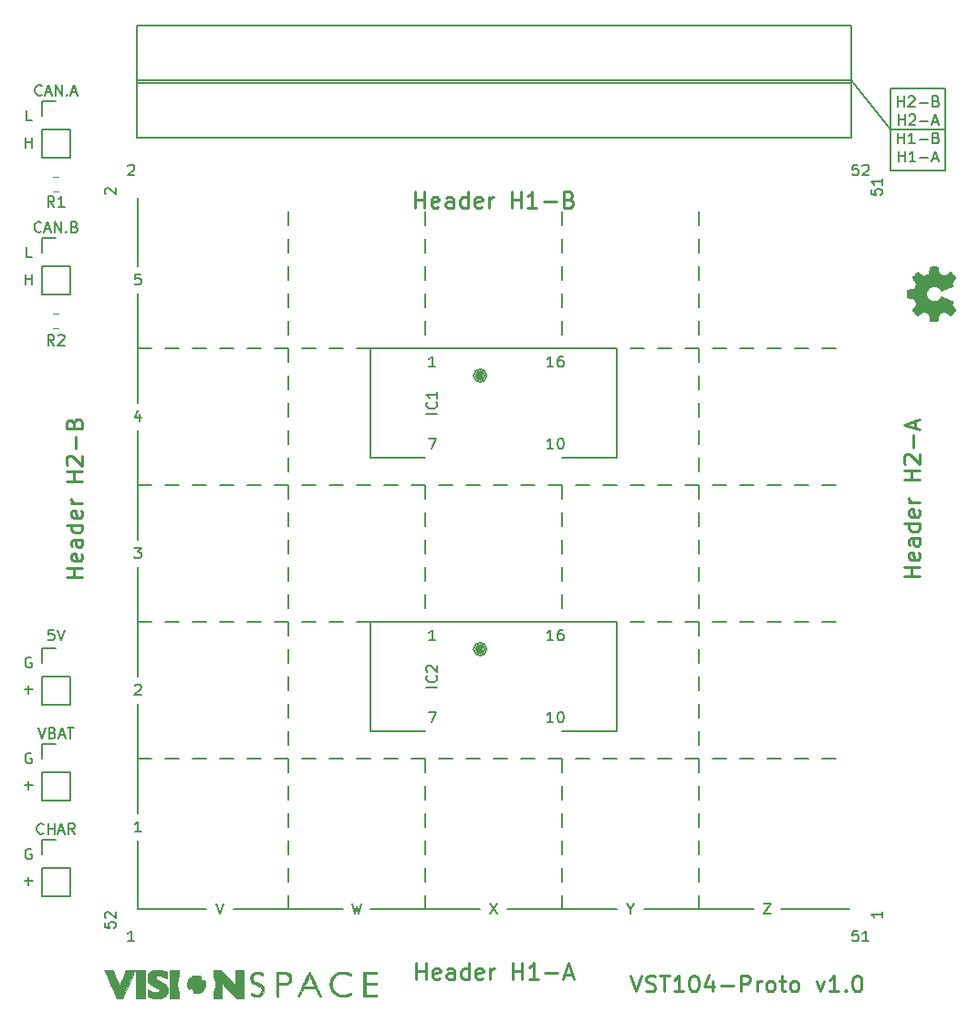
<source format=gto>
G04 #@! TF.GenerationSoftware,KiCad,Pcbnew,(5.1.6)-1*
G04 #@! TF.CreationDate,2020-06-25T15:36:58+02:00*
G04 #@! TF.ProjectId,board_zero,626f6172-645f-47a6-9572-6f2e6b696361,1.0*
G04 #@! TF.SameCoordinates,Original*
G04 #@! TF.FileFunction,Legend,Top*
G04 #@! TF.FilePolarity,Positive*
%FSLAX46Y46*%
G04 Gerber Fmt 4.6, Leading zero omitted, Abs format (unit mm)*
G04 Created by KiCad (PCBNEW (5.1.6)-1) date 2020-06-25 15:36:58*
%MOMM*%
%LPD*%
G01*
G04 APERTURE LIST*
%ADD10C,0.200000*%
%ADD11C,0.250000*%
%ADD12C,0.120000*%
%ADD13C,0.010000*%
%ADD14C,0.150000*%
G04 APERTURE END LIST*
D10*
X24391904Y-103640000D02*
X24296666Y-103592380D01*
X24153809Y-103592380D01*
X24010952Y-103640000D01*
X23915714Y-103735238D01*
X23868095Y-103830476D01*
X23820476Y-104020952D01*
X23820476Y-104163809D01*
X23868095Y-104354285D01*
X23915714Y-104449523D01*
X24010952Y-104544761D01*
X24153809Y-104592380D01*
X24249047Y-104592380D01*
X24391904Y-104544761D01*
X24439523Y-104497142D01*
X24439523Y-104163809D01*
X24249047Y-104163809D01*
X24510952Y-106608571D02*
X23749047Y-106608571D01*
X24130000Y-106227619D02*
X24130000Y-106989523D01*
X24391904Y-94750000D02*
X24296666Y-94702380D01*
X24153809Y-94702380D01*
X24010952Y-94750000D01*
X23915714Y-94845238D01*
X23868095Y-94940476D01*
X23820476Y-95130952D01*
X23820476Y-95273809D01*
X23868095Y-95464285D01*
X23915714Y-95559523D01*
X24010952Y-95654761D01*
X24153809Y-95702380D01*
X24249047Y-95702380D01*
X24391904Y-95654761D01*
X24439523Y-95607142D01*
X24439523Y-95273809D01*
X24249047Y-95273809D01*
X24510952Y-97718571D02*
X23749047Y-97718571D01*
X24130000Y-97337619D02*
X24130000Y-98099523D01*
X24391904Y-85860000D02*
X24296666Y-85812380D01*
X24153809Y-85812380D01*
X24010952Y-85860000D01*
X23915714Y-85955238D01*
X23868095Y-86050476D01*
X23820476Y-86240952D01*
X23820476Y-86383809D01*
X23868095Y-86574285D01*
X23915714Y-86669523D01*
X24010952Y-86764761D01*
X24153809Y-86812380D01*
X24249047Y-86812380D01*
X24391904Y-86764761D01*
X24439523Y-86717142D01*
X24439523Y-86383809D01*
X24249047Y-86383809D01*
X24510952Y-88828571D02*
X23749047Y-88828571D01*
X24130000Y-88447619D02*
X24130000Y-89209523D01*
D11*
X80019285Y-115383571D02*
X80519285Y-116883571D01*
X81019285Y-115383571D01*
X81447857Y-116812142D02*
X81662142Y-116883571D01*
X82019285Y-116883571D01*
X82162142Y-116812142D01*
X82233571Y-116740714D01*
X82305000Y-116597857D01*
X82305000Y-116455000D01*
X82233571Y-116312142D01*
X82162142Y-116240714D01*
X82019285Y-116169285D01*
X81733571Y-116097857D01*
X81590714Y-116026428D01*
X81519285Y-115955000D01*
X81447857Y-115812142D01*
X81447857Y-115669285D01*
X81519285Y-115526428D01*
X81590714Y-115455000D01*
X81733571Y-115383571D01*
X82090714Y-115383571D01*
X82305000Y-115455000D01*
X82733571Y-115383571D02*
X83590714Y-115383571D01*
X83162142Y-116883571D02*
X83162142Y-115383571D01*
X84876428Y-116883571D02*
X84019285Y-116883571D01*
X84447857Y-116883571D02*
X84447857Y-115383571D01*
X84305000Y-115597857D01*
X84162142Y-115740714D01*
X84019285Y-115812142D01*
X85805000Y-115383571D02*
X85947857Y-115383571D01*
X86090714Y-115455000D01*
X86162142Y-115526428D01*
X86233571Y-115669285D01*
X86305000Y-115955000D01*
X86305000Y-116312142D01*
X86233571Y-116597857D01*
X86162142Y-116740714D01*
X86090714Y-116812142D01*
X85947857Y-116883571D01*
X85805000Y-116883571D01*
X85662142Y-116812142D01*
X85590714Y-116740714D01*
X85519285Y-116597857D01*
X85447857Y-116312142D01*
X85447857Y-115955000D01*
X85519285Y-115669285D01*
X85590714Y-115526428D01*
X85662142Y-115455000D01*
X85805000Y-115383571D01*
X87590714Y-115883571D02*
X87590714Y-116883571D01*
X87233571Y-115312142D02*
X86876428Y-116383571D01*
X87805000Y-116383571D01*
X88376428Y-116312142D02*
X89519285Y-116312142D01*
X90233571Y-116883571D02*
X90233571Y-115383571D01*
X90805000Y-115383571D01*
X90947857Y-115455000D01*
X91019285Y-115526428D01*
X91090714Y-115669285D01*
X91090714Y-115883571D01*
X91019285Y-116026428D01*
X90947857Y-116097857D01*
X90805000Y-116169285D01*
X90233571Y-116169285D01*
X91733571Y-116883571D02*
X91733571Y-115883571D01*
X91733571Y-116169285D02*
X91805000Y-116026428D01*
X91876428Y-115955000D01*
X92019285Y-115883571D01*
X92162142Y-115883571D01*
X92876428Y-116883571D02*
X92733571Y-116812142D01*
X92662142Y-116740714D01*
X92590714Y-116597857D01*
X92590714Y-116169285D01*
X92662142Y-116026428D01*
X92733571Y-115955000D01*
X92876428Y-115883571D01*
X93090714Y-115883571D01*
X93233571Y-115955000D01*
X93305000Y-116026428D01*
X93376428Y-116169285D01*
X93376428Y-116597857D01*
X93305000Y-116740714D01*
X93233571Y-116812142D01*
X93090714Y-116883571D01*
X92876428Y-116883571D01*
X93805000Y-115883571D02*
X94376428Y-115883571D01*
X94019285Y-115383571D02*
X94019285Y-116669285D01*
X94090714Y-116812142D01*
X94233571Y-116883571D01*
X94376428Y-116883571D01*
X95090714Y-116883571D02*
X94947857Y-116812142D01*
X94876428Y-116740714D01*
X94805000Y-116597857D01*
X94805000Y-116169285D01*
X94876428Y-116026428D01*
X94947857Y-115955000D01*
X95090714Y-115883571D01*
X95305000Y-115883571D01*
X95447857Y-115955000D01*
X95519285Y-116026428D01*
X95590714Y-116169285D01*
X95590714Y-116597857D01*
X95519285Y-116740714D01*
X95447857Y-116812142D01*
X95305000Y-116883571D01*
X95090714Y-116883571D01*
X97233571Y-115883571D02*
X97590714Y-116883571D01*
X97947857Y-115883571D01*
X99305000Y-116883571D02*
X98447857Y-116883571D01*
X98876428Y-116883571D02*
X98876428Y-115383571D01*
X98733571Y-115597857D01*
X98590714Y-115740714D01*
X98447857Y-115812142D01*
X99947857Y-116740714D02*
X100019285Y-116812142D01*
X99947857Y-116883571D01*
X99876428Y-116812142D01*
X99947857Y-116740714D01*
X99947857Y-116883571D01*
X100947857Y-115383571D02*
X101090714Y-115383571D01*
X101233571Y-115455000D01*
X101305000Y-115526428D01*
X101376428Y-115669285D01*
X101447857Y-115955000D01*
X101447857Y-116312142D01*
X101376428Y-116597857D01*
X101305000Y-116740714D01*
X101233571Y-116812142D01*
X101090714Y-116883571D01*
X100947857Y-116883571D01*
X100805000Y-116812142D01*
X100733571Y-116740714D01*
X100662142Y-116597857D01*
X100590714Y-116312142D01*
X100590714Y-115955000D01*
X100662142Y-115669285D01*
X100733571Y-115526428D01*
X100805000Y-115455000D01*
X100947857Y-115383571D01*
D10*
X31202380Y-110474095D02*
X31202380Y-110950285D01*
X31678571Y-110997904D01*
X31630952Y-110950285D01*
X31583333Y-110855047D01*
X31583333Y-110616952D01*
X31630952Y-110521714D01*
X31678571Y-110474095D01*
X31773809Y-110426476D01*
X32011904Y-110426476D01*
X32107142Y-110474095D01*
X32154761Y-110521714D01*
X32202380Y-110616952D01*
X32202380Y-110855047D01*
X32154761Y-110950285D01*
X32107142Y-110997904D01*
X31297619Y-110045523D02*
X31250000Y-109997904D01*
X31202380Y-109902666D01*
X31202380Y-109664571D01*
X31250000Y-109569333D01*
X31297619Y-109521714D01*
X31392857Y-109474095D01*
X31488095Y-109474095D01*
X31630952Y-109521714D01*
X32202380Y-110093142D01*
X32202380Y-109474095D01*
X101107904Y-111212380D02*
X100631714Y-111212380D01*
X100584095Y-111688571D01*
X100631714Y-111640952D01*
X100726952Y-111593333D01*
X100965047Y-111593333D01*
X101060285Y-111640952D01*
X101107904Y-111688571D01*
X101155523Y-111783809D01*
X101155523Y-112021904D01*
X101107904Y-112117142D01*
X101060285Y-112164761D01*
X100965047Y-112212380D01*
X100726952Y-112212380D01*
X100631714Y-112164761D01*
X100584095Y-112117142D01*
X102107904Y-112212380D02*
X101536476Y-112212380D01*
X101822190Y-112212380D02*
X101822190Y-111212380D01*
X101726952Y-111355238D01*
X101631714Y-111450476D01*
X101536476Y-111498095D01*
X102322380Y-42402095D02*
X102322380Y-42878285D01*
X102798571Y-42925904D01*
X102750952Y-42878285D01*
X102703333Y-42783047D01*
X102703333Y-42544952D01*
X102750952Y-42449714D01*
X102798571Y-42402095D01*
X102893809Y-42354476D01*
X103131904Y-42354476D01*
X103227142Y-42402095D01*
X103274761Y-42449714D01*
X103322380Y-42544952D01*
X103322380Y-42783047D01*
X103274761Y-42878285D01*
X103227142Y-42925904D01*
X103322380Y-41402095D02*
X103322380Y-41973523D01*
X103322380Y-41687809D02*
X102322380Y-41687809D01*
X102465238Y-41783047D01*
X102560476Y-41878285D01*
X102608095Y-41973523D01*
X101107904Y-40092380D02*
X100631714Y-40092380D01*
X100584095Y-40568571D01*
X100631714Y-40520952D01*
X100726952Y-40473333D01*
X100965047Y-40473333D01*
X101060285Y-40520952D01*
X101107904Y-40568571D01*
X101155523Y-40663809D01*
X101155523Y-40901904D01*
X101107904Y-40997142D01*
X101060285Y-41044761D01*
X100965047Y-41092380D01*
X100726952Y-41092380D01*
X100631714Y-41044761D01*
X100584095Y-40997142D01*
X101536476Y-40187619D02*
X101584095Y-40140000D01*
X101679333Y-40092380D01*
X101917428Y-40092380D01*
X102012666Y-40140000D01*
X102060285Y-40187619D01*
X102107904Y-40282857D01*
X102107904Y-40378095D01*
X102060285Y-40520952D01*
X101488857Y-41092380D01*
X102107904Y-41092380D01*
X33369285Y-40187619D02*
X33416904Y-40140000D01*
X33512142Y-40092380D01*
X33750238Y-40092380D01*
X33845476Y-40140000D01*
X33893095Y-40187619D01*
X33940714Y-40282857D01*
X33940714Y-40378095D01*
X33893095Y-40520952D01*
X33321666Y-41092380D01*
X33940714Y-41092380D01*
X31297619Y-42830714D02*
X31250000Y-42783095D01*
X31202380Y-42687857D01*
X31202380Y-42449761D01*
X31250000Y-42354523D01*
X31297619Y-42306904D01*
X31392857Y-42259285D01*
X31488095Y-42259285D01*
X31630952Y-42306904D01*
X32202380Y-42878333D01*
X32202380Y-42259285D01*
X103322380Y-109442285D02*
X103322380Y-110013714D01*
X103322380Y-109728000D02*
X102322380Y-109728000D01*
X102465238Y-109823238D01*
X102560476Y-109918476D01*
X102608095Y-110013714D01*
X33940714Y-112212380D02*
X33369285Y-112212380D01*
X33655000Y-112212380D02*
X33655000Y-111212380D01*
X33559761Y-111355238D01*
X33464523Y-111450476D01*
X33369285Y-111498095D01*
D11*
X60131428Y-115740571D02*
X60131428Y-114240571D01*
X60131428Y-114954857D02*
X60988571Y-114954857D01*
X60988571Y-115740571D02*
X60988571Y-114240571D01*
X62274285Y-115669142D02*
X62131428Y-115740571D01*
X61845714Y-115740571D01*
X61702857Y-115669142D01*
X61631428Y-115526285D01*
X61631428Y-114954857D01*
X61702857Y-114812000D01*
X61845714Y-114740571D01*
X62131428Y-114740571D01*
X62274285Y-114812000D01*
X62345714Y-114954857D01*
X62345714Y-115097714D01*
X61631428Y-115240571D01*
X63631428Y-115740571D02*
X63631428Y-114954857D01*
X63560000Y-114812000D01*
X63417142Y-114740571D01*
X63131428Y-114740571D01*
X62988571Y-114812000D01*
X63631428Y-115669142D02*
X63488571Y-115740571D01*
X63131428Y-115740571D01*
X62988571Y-115669142D01*
X62917142Y-115526285D01*
X62917142Y-115383428D01*
X62988571Y-115240571D01*
X63131428Y-115169142D01*
X63488571Y-115169142D01*
X63631428Y-115097714D01*
X64988571Y-115740571D02*
X64988571Y-114240571D01*
X64988571Y-115669142D02*
X64845714Y-115740571D01*
X64560000Y-115740571D01*
X64417142Y-115669142D01*
X64345714Y-115597714D01*
X64274285Y-115454857D01*
X64274285Y-115026285D01*
X64345714Y-114883428D01*
X64417142Y-114812000D01*
X64560000Y-114740571D01*
X64845714Y-114740571D01*
X64988571Y-114812000D01*
X66274285Y-115669142D02*
X66131428Y-115740571D01*
X65845714Y-115740571D01*
X65702857Y-115669142D01*
X65631428Y-115526285D01*
X65631428Y-114954857D01*
X65702857Y-114812000D01*
X65845714Y-114740571D01*
X66131428Y-114740571D01*
X66274285Y-114812000D01*
X66345714Y-114954857D01*
X66345714Y-115097714D01*
X65631428Y-115240571D01*
X66988571Y-115740571D02*
X66988571Y-114740571D01*
X66988571Y-115026285D02*
X67060000Y-114883428D01*
X67131428Y-114812000D01*
X67274285Y-114740571D01*
X67417142Y-114740571D01*
X69060000Y-115740571D02*
X69060000Y-114240571D01*
X69060000Y-114954857D02*
X69917142Y-114954857D01*
X69917142Y-115740571D02*
X69917142Y-114240571D01*
X71417142Y-115740571D02*
X70560000Y-115740571D01*
X70988571Y-115740571D02*
X70988571Y-114240571D01*
X70845714Y-114454857D01*
X70702857Y-114597714D01*
X70560000Y-114669142D01*
X72060000Y-115169142D02*
X73202857Y-115169142D01*
X73845714Y-115312000D02*
X74560000Y-115312000D01*
X73702857Y-115740571D02*
X74202857Y-114240571D01*
X74702857Y-115740571D01*
X106850571Y-78298571D02*
X105350571Y-78298571D01*
X106064857Y-78298571D02*
X106064857Y-77441428D01*
X106850571Y-77441428D02*
X105350571Y-77441428D01*
X106779142Y-76155714D02*
X106850571Y-76298571D01*
X106850571Y-76584285D01*
X106779142Y-76727142D01*
X106636285Y-76798571D01*
X106064857Y-76798571D01*
X105922000Y-76727142D01*
X105850571Y-76584285D01*
X105850571Y-76298571D01*
X105922000Y-76155714D01*
X106064857Y-76084285D01*
X106207714Y-76084285D01*
X106350571Y-76798571D01*
X106850571Y-74798571D02*
X106064857Y-74798571D01*
X105922000Y-74870000D01*
X105850571Y-75012857D01*
X105850571Y-75298571D01*
X105922000Y-75441428D01*
X106779142Y-74798571D02*
X106850571Y-74941428D01*
X106850571Y-75298571D01*
X106779142Y-75441428D01*
X106636285Y-75512857D01*
X106493428Y-75512857D01*
X106350571Y-75441428D01*
X106279142Y-75298571D01*
X106279142Y-74941428D01*
X106207714Y-74798571D01*
X106850571Y-73441428D02*
X105350571Y-73441428D01*
X106779142Y-73441428D02*
X106850571Y-73584285D01*
X106850571Y-73870000D01*
X106779142Y-74012857D01*
X106707714Y-74084285D01*
X106564857Y-74155714D01*
X106136285Y-74155714D01*
X105993428Y-74084285D01*
X105922000Y-74012857D01*
X105850571Y-73870000D01*
X105850571Y-73584285D01*
X105922000Y-73441428D01*
X106779142Y-72155714D02*
X106850571Y-72298571D01*
X106850571Y-72584285D01*
X106779142Y-72727142D01*
X106636285Y-72798571D01*
X106064857Y-72798571D01*
X105922000Y-72727142D01*
X105850571Y-72584285D01*
X105850571Y-72298571D01*
X105922000Y-72155714D01*
X106064857Y-72084285D01*
X106207714Y-72084285D01*
X106350571Y-72798571D01*
X106850571Y-71441428D02*
X105850571Y-71441428D01*
X106136285Y-71441428D02*
X105993428Y-71370000D01*
X105922000Y-71298571D01*
X105850571Y-71155714D01*
X105850571Y-71012857D01*
X106850571Y-69370000D02*
X105350571Y-69370000D01*
X106064857Y-69370000D02*
X106064857Y-68512857D01*
X106850571Y-68512857D02*
X105350571Y-68512857D01*
X105493428Y-67870000D02*
X105422000Y-67798571D01*
X105350571Y-67655714D01*
X105350571Y-67298571D01*
X105422000Y-67155714D01*
X105493428Y-67084285D01*
X105636285Y-67012857D01*
X105779142Y-67012857D01*
X105993428Y-67084285D01*
X106850571Y-67941428D01*
X106850571Y-67012857D01*
X106279142Y-66370000D02*
X106279142Y-65227142D01*
X106422000Y-64584285D02*
X106422000Y-63870000D01*
X106850571Y-64727142D02*
X105350571Y-64227142D01*
X106850571Y-63727142D01*
X60024285Y-44112571D02*
X60024285Y-42612571D01*
X60024285Y-43326857D02*
X60881428Y-43326857D01*
X60881428Y-44112571D02*
X60881428Y-42612571D01*
X62167142Y-44041142D02*
X62024285Y-44112571D01*
X61738571Y-44112571D01*
X61595714Y-44041142D01*
X61524285Y-43898285D01*
X61524285Y-43326857D01*
X61595714Y-43184000D01*
X61738571Y-43112571D01*
X62024285Y-43112571D01*
X62167142Y-43184000D01*
X62238571Y-43326857D01*
X62238571Y-43469714D01*
X61524285Y-43612571D01*
X63524285Y-44112571D02*
X63524285Y-43326857D01*
X63452857Y-43184000D01*
X63310000Y-43112571D01*
X63024285Y-43112571D01*
X62881428Y-43184000D01*
X63524285Y-44041142D02*
X63381428Y-44112571D01*
X63024285Y-44112571D01*
X62881428Y-44041142D01*
X62810000Y-43898285D01*
X62810000Y-43755428D01*
X62881428Y-43612571D01*
X63024285Y-43541142D01*
X63381428Y-43541142D01*
X63524285Y-43469714D01*
X64881428Y-44112571D02*
X64881428Y-42612571D01*
X64881428Y-44041142D02*
X64738571Y-44112571D01*
X64452857Y-44112571D01*
X64310000Y-44041142D01*
X64238571Y-43969714D01*
X64167142Y-43826857D01*
X64167142Y-43398285D01*
X64238571Y-43255428D01*
X64310000Y-43184000D01*
X64452857Y-43112571D01*
X64738571Y-43112571D01*
X64881428Y-43184000D01*
X66167142Y-44041142D02*
X66024285Y-44112571D01*
X65738571Y-44112571D01*
X65595714Y-44041142D01*
X65524285Y-43898285D01*
X65524285Y-43326857D01*
X65595714Y-43184000D01*
X65738571Y-43112571D01*
X66024285Y-43112571D01*
X66167142Y-43184000D01*
X66238571Y-43326857D01*
X66238571Y-43469714D01*
X65524285Y-43612571D01*
X66881428Y-44112571D02*
X66881428Y-43112571D01*
X66881428Y-43398285D02*
X66952857Y-43255428D01*
X67024285Y-43184000D01*
X67167142Y-43112571D01*
X67310000Y-43112571D01*
X68952857Y-44112571D02*
X68952857Y-42612571D01*
X68952857Y-43326857D02*
X69810000Y-43326857D01*
X69810000Y-44112571D02*
X69810000Y-42612571D01*
X71310000Y-44112571D02*
X70452857Y-44112571D01*
X70881428Y-44112571D02*
X70881428Y-42612571D01*
X70738571Y-42826857D01*
X70595714Y-42969714D01*
X70452857Y-43041142D01*
X71952857Y-43541142D02*
X73095714Y-43541142D01*
X74310000Y-43326857D02*
X74524285Y-43398285D01*
X74595714Y-43469714D01*
X74667142Y-43612571D01*
X74667142Y-43826857D01*
X74595714Y-43969714D01*
X74524285Y-44041142D01*
X74381428Y-44112571D01*
X73810000Y-44112571D01*
X73810000Y-42612571D01*
X74310000Y-42612571D01*
X74452857Y-42684000D01*
X74524285Y-42755428D01*
X74595714Y-42898285D01*
X74595714Y-43041142D01*
X74524285Y-43184000D01*
X74452857Y-43255428D01*
X74310000Y-43326857D01*
X73810000Y-43326857D01*
X29126571Y-78405714D02*
X27626571Y-78405714D01*
X28340857Y-78405714D02*
X28340857Y-77548571D01*
X29126571Y-77548571D02*
X27626571Y-77548571D01*
X29055142Y-76262857D02*
X29126571Y-76405714D01*
X29126571Y-76691428D01*
X29055142Y-76834285D01*
X28912285Y-76905714D01*
X28340857Y-76905714D01*
X28198000Y-76834285D01*
X28126571Y-76691428D01*
X28126571Y-76405714D01*
X28198000Y-76262857D01*
X28340857Y-76191428D01*
X28483714Y-76191428D01*
X28626571Y-76905714D01*
X29126571Y-74905714D02*
X28340857Y-74905714D01*
X28198000Y-74977142D01*
X28126571Y-75120000D01*
X28126571Y-75405714D01*
X28198000Y-75548571D01*
X29055142Y-74905714D02*
X29126571Y-75048571D01*
X29126571Y-75405714D01*
X29055142Y-75548571D01*
X28912285Y-75620000D01*
X28769428Y-75620000D01*
X28626571Y-75548571D01*
X28555142Y-75405714D01*
X28555142Y-75048571D01*
X28483714Y-74905714D01*
X29126571Y-73548571D02*
X27626571Y-73548571D01*
X29055142Y-73548571D02*
X29126571Y-73691428D01*
X29126571Y-73977142D01*
X29055142Y-74120000D01*
X28983714Y-74191428D01*
X28840857Y-74262857D01*
X28412285Y-74262857D01*
X28269428Y-74191428D01*
X28198000Y-74120000D01*
X28126571Y-73977142D01*
X28126571Y-73691428D01*
X28198000Y-73548571D01*
X29055142Y-72262857D02*
X29126571Y-72405714D01*
X29126571Y-72691428D01*
X29055142Y-72834285D01*
X28912285Y-72905714D01*
X28340857Y-72905714D01*
X28198000Y-72834285D01*
X28126571Y-72691428D01*
X28126571Y-72405714D01*
X28198000Y-72262857D01*
X28340857Y-72191428D01*
X28483714Y-72191428D01*
X28626571Y-72905714D01*
X29126571Y-71548571D02*
X28126571Y-71548571D01*
X28412285Y-71548571D02*
X28269428Y-71477142D01*
X28198000Y-71405714D01*
X28126571Y-71262857D01*
X28126571Y-71120000D01*
X29126571Y-69477142D02*
X27626571Y-69477142D01*
X28340857Y-69477142D02*
X28340857Y-68620000D01*
X29126571Y-68620000D02*
X27626571Y-68620000D01*
X27769428Y-67977142D02*
X27698000Y-67905714D01*
X27626571Y-67762857D01*
X27626571Y-67405714D01*
X27698000Y-67262857D01*
X27769428Y-67191428D01*
X27912285Y-67120000D01*
X28055142Y-67120000D01*
X28269428Y-67191428D01*
X29126571Y-68048571D01*
X29126571Y-67120000D01*
X28555142Y-66477142D02*
X28555142Y-65334285D01*
X28340857Y-64120000D02*
X28412285Y-63905714D01*
X28483714Y-63834285D01*
X28626571Y-63762857D01*
X28840857Y-63762857D01*
X28983714Y-63834285D01*
X29055142Y-63905714D01*
X29126571Y-64048571D01*
X29126571Y-64620000D01*
X27626571Y-64620000D01*
X27626571Y-64120000D01*
X27698000Y-63977142D01*
X27769428Y-63905714D01*
X27912285Y-63834285D01*
X28055142Y-63834285D01*
X28198000Y-63905714D01*
X28269428Y-63977142D01*
X28340857Y-64120000D01*
X28340857Y-64620000D01*
D10*
X100440000Y-32275000D02*
X104140000Y-36830000D01*
X104799047Y-34732380D02*
X104799047Y-33732380D01*
X104799047Y-34208571D02*
X105370476Y-34208571D01*
X105370476Y-34732380D02*
X105370476Y-33732380D01*
X105799047Y-33827619D02*
X105846666Y-33780000D01*
X105941904Y-33732380D01*
X106180000Y-33732380D01*
X106275238Y-33780000D01*
X106322857Y-33827619D01*
X106370476Y-33922857D01*
X106370476Y-34018095D01*
X106322857Y-34160952D01*
X105751428Y-34732380D01*
X106370476Y-34732380D01*
X106799047Y-34351428D02*
X107560952Y-34351428D01*
X108370476Y-34208571D02*
X108513333Y-34256190D01*
X108560952Y-34303809D01*
X108608571Y-34399047D01*
X108608571Y-34541904D01*
X108560952Y-34637142D01*
X108513333Y-34684761D01*
X108418095Y-34732380D01*
X108037142Y-34732380D01*
X108037142Y-33732380D01*
X108370476Y-33732380D01*
X108465714Y-33780000D01*
X108513333Y-33827619D01*
X108560952Y-33922857D01*
X108560952Y-34018095D01*
X108513333Y-34113333D01*
X108465714Y-34160952D01*
X108370476Y-34208571D01*
X108037142Y-34208571D01*
X104870476Y-36432380D02*
X104870476Y-35432380D01*
X104870476Y-35908571D02*
X105441904Y-35908571D01*
X105441904Y-36432380D02*
X105441904Y-35432380D01*
X105870476Y-35527619D02*
X105918095Y-35480000D01*
X106013333Y-35432380D01*
X106251428Y-35432380D01*
X106346666Y-35480000D01*
X106394285Y-35527619D01*
X106441904Y-35622857D01*
X106441904Y-35718095D01*
X106394285Y-35860952D01*
X105822857Y-36432380D01*
X106441904Y-36432380D01*
X106870476Y-36051428D02*
X107632380Y-36051428D01*
X108060952Y-36146666D02*
X108537142Y-36146666D01*
X107965714Y-36432380D02*
X108299047Y-35432380D01*
X108632380Y-36432380D01*
X104799047Y-38132380D02*
X104799047Y-37132380D01*
X104799047Y-37608571D02*
X105370476Y-37608571D01*
X105370476Y-38132380D02*
X105370476Y-37132380D01*
X106370476Y-38132380D02*
X105799047Y-38132380D01*
X106084761Y-38132380D02*
X106084761Y-37132380D01*
X105989523Y-37275238D01*
X105894285Y-37370476D01*
X105799047Y-37418095D01*
X106799047Y-37751428D02*
X107560952Y-37751428D01*
X108370476Y-37608571D02*
X108513333Y-37656190D01*
X108560952Y-37703809D01*
X108608571Y-37799047D01*
X108608571Y-37941904D01*
X108560952Y-38037142D01*
X108513333Y-38084761D01*
X108418095Y-38132380D01*
X108037142Y-38132380D01*
X108037142Y-37132380D01*
X108370476Y-37132380D01*
X108465714Y-37180000D01*
X108513333Y-37227619D01*
X108560952Y-37322857D01*
X108560952Y-37418095D01*
X108513333Y-37513333D01*
X108465714Y-37560952D01*
X108370476Y-37608571D01*
X108037142Y-37608571D01*
X104870476Y-39832380D02*
X104870476Y-38832380D01*
X104870476Y-39308571D02*
X105441904Y-39308571D01*
X105441904Y-39832380D02*
X105441904Y-38832380D01*
X106441904Y-39832380D02*
X105870476Y-39832380D01*
X106156190Y-39832380D02*
X106156190Y-38832380D01*
X106060952Y-38975238D01*
X105965714Y-39070476D01*
X105870476Y-39118095D01*
X106870476Y-39451428D02*
X107632380Y-39451428D01*
X108060952Y-39546666D02*
X108537142Y-39546666D01*
X107965714Y-39832380D02*
X108299047Y-38832380D01*
X108632380Y-39832380D01*
X104140000Y-36830000D02*
X109220000Y-36830000D01*
X109220000Y-33020000D02*
X104140000Y-33020000D01*
X109220000Y-40640000D02*
X109220000Y-33020000D01*
X104140000Y-40640000D02*
X109220000Y-40640000D01*
X104140000Y-33020000D02*
X104140000Y-40640000D01*
X24439523Y-48712380D02*
X23963333Y-48712380D01*
X23963333Y-47712380D01*
X23844285Y-51252380D02*
X23844285Y-50252380D01*
X23844285Y-50728571D02*
X24415714Y-50728571D01*
X24415714Y-51252380D02*
X24415714Y-50252380D01*
X23844285Y-38552380D02*
X23844285Y-37552380D01*
X23844285Y-38028571D02*
X24415714Y-38028571D01*
X24415714Y-38552380D02*
X24415714Y-37552380D01*
X24439523Y-36012380D02*
X23963333Y-36012380D01*
X23963333Y-35012380D01*
X25340000Y-102810000D02*
X26670000Y-102810000D01*
X25340000Y-104140000D02*
X25340000Y-102810000D01*
X25340000Y-105410000D02*
X28000000Y-105410000D01*
X28000000Y-105410000D02*
X28000000Y-108010000D01*
X25340000Y-105410000D02*
X25340000Y-108010000D01*
X25340000Y-108010000D02*
X28000000Y-108010000D01*
X25340000Y-93920000D02*
X26670000Y-93920000D01*
X25340000Y-95250000D02*
X25340000Y-93920000D01*
X25340000Y-96520000D02*
X28000000Y-96520000D01*
X28000000Y-96520000D02*
X28000000Y-99120000D01*
X25340000Y-96520000D02*
X25340000Y-99120000D01*
X25340000Y-99120000D02*
X28000000Y-99120000D01*
D12*
X26928578Y-55320000D02*
X26411422Y-55320000D01*
X26928578Y-53900000D02*
X26411422Y-53900000D01*
X26928578Y-42620000D02*
X26411422Y-42620000D01*
X26928578Y-41200000D02*
X26411422Y-41200000D01*
D10*
X25340000Y-85030000D02*
X26670000Y-85030000D01*
X25340000Y-86360000D02*
X25340000Y-85030000D01*
X25340000Y-87630000D02*
X28000000Y-87630000D01*
X28000000Y-87630000D02*
X28000000Y-90230000D01*
X25340000Y-87630000D02*
X25340000Y-90230000D01*
X25340000Y-90230000D02*
X28000000Y-90230000D01*
X25340000Y-34230000D02*
X26670000Y-34230000D01*
X25340000Y-35560000D02*
X25340000Y-34230000D01*
X25340000Y-36830000D02*
X28000000Y-36830000D01*
X28000000Y-36830000D02*
X28000000Y-39430000D01*
X25340000Y-36830000D02*
X25340000Y-39430000D01*
X25340000Y-39430000D02*
X28000000Y-39430000D01*
X25340000Y-46930000D02*
X26670000Y-46930000D01*
X25340000Y-48260000D02*
X25340000Y-46930000D01*
X25340000Y-49530000D02*
X28000000Y-49530000D01*
X28000000Y-49530000D02*
X28000000Y-52130000D01*
X25340000Y-49530000D02*
X25340000Y-52130000D01*
X25340000Y-52130000D02*
X28000000Y-52130000D01*
D13*
G36*
X105630271Y-51995394D02*
G01*
X105630710Y-51922739D01*
X105631490Y-51864484D01*
X105632652Y-51819362D01*
X105634233Y-51786106D01*
X105636275Y-51763452D01*
X105638817Y-51750132D01*
X105640717Y-51745932D01*
X105648221Y-51741255D01*
X105665176Y-51735421D01*
X105692699Y-51728182D01*
X105731904Y-51719292D01*
X105783909Y-51708505D01*
X105849830Y-51695574D01*
X105930783Y-51680253D01*
X105977267Y-51671615D01*
X106070143Y-51654218D01*
X106147044Y-51639317D01*
X106208721Y-51626747D01*
X106255921Y-51616344D01*
X106289395Y-51607945D01*
X106309890Y-51601386D01*
X106317552Y-51597251D01*
X106324054Y-51586281D01*
X106335733Y-51562048D01*
X106351556Y-51527041D01*
X106370487Y-51483750D01*
X106391492Y-51434664D01*
X106413535Y-51382272D01*
X106435582Y-51329064D01*
X106456598Y-51277529D01*
X106475547Y-51230156D01*
X106491395Y-51189434D01*
X106503107Y-51157853D01*
X106509648Y-51137902D01*
X106510667Y-51132757D01*
X106506019Y-51123316D01*
X106492760Y-51101514D01*
X106471917Y-51068913D01*
X106444513Y-51027075D01*
X106411577Y-50977562D01*
X106374134Y-50921937D01*
X106333209Y-50861761D01*
X106320167Y-50842705D01*
X106278436Y-50781645D01*
X106239863Y-50724862D01*
X106205470Y-50673886D01*
X106176280Y-50630247D01*
X106153313Y-50595476D01*
X106137592Y-50571102D01*
X106130139Y-50558657D01*
X106129667Y-50557452D01*
X106135491Y-50548903D01*
X106151921Y-50530333D01*
X106177396Y-50503276D01*
X106210355Y-50469264D01*
X106249235Y-50429831D01*
X106292475Y-50386510D01*
X106338514Y-50340835D01*
X106385790Y-50294338D01*
X106432742Y-50248552D01*
X106477808Y-50205012D01*
X106519425Y-50165250D01*
X106556034Y-50130799D01*
X106586072Y-50103192D01*
X106607977Y-50083964D01*
X106620188Y-50074647D01*
X106622015Y-50074041D01*
X106631356Y-50079735D01*
X106653041Y-50093960D01*
X106685474Y-50115640D01*
X106727056Y-50143694D01*
X106776191Y-50177046D01*
X106831281Y-50214616D01*
X106890728Y-50255328D01*
X106899771Y-50261534D01*
X106959860Y-50302513D01*
X107016035Y-50340291D01*
X107066669Y-50373813D01*
X107110139Y-50402028D01*
X107144819Y-50423883D01*
X107169084Y-50438324D01*
X107181311Y-50444299D01*
X107181987Y-50444400D01*
X107194601Y-50441089D01*
X107220195Y-50431858D01*
X107256316Y-50417755D01*
X107300513Y-50399834D01*
X107350334Y-50379142D01*
X107403327Y-50356732D01*
X107457040Y-50333654D01*
X107509021Y-50310958D01*
X107556817Y-50289695D01*
X107597978Y-50270916D01*
X107630051Y-50255670D01*
X107650584Y-50245009D01*
X107656536Y-50241078D01*
X107661464Y-50233332D01*
X107667185Y-50217870D01*
X107673997Y-50193367D01*
X107682197Y-50158497D01*
X107692082Y-50111937D01*
X107703951Y-50052360D01*
X107718101Y-49978443D01*
X107730907Y-49910012D01*
X107747373Y-49822346D01*
X107761329Y-49750269D01*
X107773025Y-49692663D01*
X107782708Y-49648409D01*
X107790629Y-49616391D01*
X107797036Y-49595490D01*
X107802177Y-49584588D01*
X107803739Y-49582916D01*
X107811766Y-49580035D01*
X107828320Y-49577679D01*
X107854667Y-49575809D01*
X107892074Y-49574384D01*
X107941806Y-49573365D01*
X108005130Y-49572713D01*
X108083311Y-49572388D01*
X108141514Y-49572333D01*
X108225265Y-49572403D01*
X108293683Y-49572653D01*
X108348367Y-49573147D01*
X108390916Y-49573949D01*
X108422930Y-49575120D01*
X108446007Y-49576726D01*
X108461748Y-49578827D01*
X108471751Y-49581489D01*
X108477616Y-49584773D01*
X108478562Y-49585638D01*
X108489160Y-49598195D01*
X108491867Y-49603873D01*
X108493358Y-49613047D01*
X108497603Y-49636976D01*
X108504255Y-49673767D01*
X108512969Y-49721528D01*
X108523400Y-49778366D01*
X108535203Y-49842389D01*
X108547751Y-49910185D01*
X108564558Y-49999507D01*
X108578909Y-50072846D01*
X108590968Y-50130951D01*
X108600903Y-50174568D01*
X108608877Y-50204444D01*
X108615058Y-50221327D01*
X108617601Y-50225202D01*
X108628871Y-50231722D01*
X108653558Y-50243295D01*
X108689250Y-50258955D01*
X108733539Y-50277735D01*
X108784015Y-50298666D01*
X108838266Y-50320782D01*
X108893884Y-50343114D01*
X108948457Y-50364696D01*
X108999577Y-50384559D01*
X109044832Y-50401736D01*
X109081813Y-50415261D01*
X109108110Y-50424164D01*
X109121313Y-50427480D01*
X109121487Y-50427483D01*
X109131888Y-50422824D01*
X109154526Y-50409575D01*
X109187734Y-50388810D01*
X109229846Y-50361606D01*
X109279197Y-50329039D01*
X109334120Y-50292184D01*
X109392252Y-50252598D01*
X109450957Y-50212486D01*
X109505594Y-50175438D01*
X109554518Y-50142549D01*
X109596080Y-50114914D01*
X109628634Y-50093629D01*
X109650532Y-50079788D01*
X109660098Y-50074495D01*
X109669403Y-50079602D01*
X109689685Y-50096263D01*
X109720220Y-50123799D01*
X109760278Y-50161527D01*
X109809134Y-50208767D01*
X109866060Y-50264837D01*
X109909076Y-50307729D01*
X109969633Y-50368532D01*
X110019113Y-50418616D01*
X110058538Y-50459113D01*
X110088930Y-50491152D01*
X110111312Y-50515861D01*
X110126705Y-50534371D01*
X110136132Y-50547811D01*
X110140616Y-50557310D01*
X110141177Y-50563998D01*
X110141148Y-50564149D01*
X110135506Y-50575696D01*
X110121334Y-50599358D01*
X110099787Y-50633356D01*
X110072021Y-50675915D01*
X110039190Y-50725259D01*
X110002449Y-50779610D01*
X109974231Y-50820836D01*
X109935285Y-50877540D01*
X109899188Y-50930286D01*
X109867123Y-50977331D01*
X109840272Y-51016931D01*
X109819820Y-51047344D01*
X109806948Y-51066824D01*
X109803033Y-51073114D01*
X109800886Y-51079664D01*
X109801309Y-51088688D01*
X109805101Y-51101982D01*
X109813064Y-51121343D01*
X109825997Y-51148570D01*
X109844701Y-51185458D01*
X109869976Y-51233805D01*
X109899016Y-51288622D01*
X109913393Y-51316810D01*
X109920123Y-51334353D01*
X109920136Y-51345207D01*
X109914365Y-51353328D01*
X109914267Y-51353422D01*
X109904192Y-51358883D01*
X109879999Y-51370037D01*
X109843252Y-51386240D01*
X109795518Y-51406845D01*
X109738361Y-51431204D01*
X109673347Y-51458671D01*
X109602041Y-51488601D01*
X109526009Y-51520345D01*
X109446815Y-51553259D01*
X109366026Y-51586694D01*
X109285207Y-51620006D01*
X109205923Y-51652546D01*
X109129739Y-51683669D01*
X109058221Y-51712728D01*
X108992934Y-51739077D01*
X108935444Y-51762068D01*
X108887316Y-51781056D01*
X108850114Y-51795394D01*
X108825406Y-51804435D01*
X108814799Y-51807533D01*
X108799509Y-51800165D01*
X108780325Y-51777614D01*
X108768098Y-51758850D01*
X108699816Y-51661326D01*
X108623217Y-51577930D01*
X108538861Y-51509019D01*
X108447308Y-51454950D01*
X108349118Y-51416082D01*
X108244853Y-51392773D01*
X108185272Y-51386723D01*
X108076432Y-51388275D01*
X107971877Y-51405736D01*
X107872900Y-51438349D01*
X107780793Y-51485355D01*
X107696847Y-51545998D01*
X107622355Y-51619519D01*
X107558609Y-51705161D01*
X107518139Y-51777900D01*
X107484007Y-51857581D01*
X107461892Y-51933320D01*
X107450367Y-52011474D01*
X107447896Y-52091166D01*
X107457373Y-52199167D01*
X107482514Y-52302105D01*
X107522473Y-52398667D01*
X107576399Y-52487539D01*
X107643446Y-52567408D01*
X107722764Y-52636958D01*
X107813505Y-52694878D01*
X107849327Y-52712874D01*
X107909841Y-52739016D01*
X107964856Y-52757183D01*
X108019963Y-52768544D01*
X108080756Y-52774269D01*
X108148967Y-52775552D01*
X108199536Y-52774746D01*
X108238593Y-52772503D01*
X108271538Y-52768150D01*
X108303776Y-52761015D01*
X108333603Y-52752577D01*
X108426894Y-52718463D01*
X108510664Y-52674343D01*
X108586972Y-52618629D01*
X108657878Y-52549734D01*
X108725443Y-52466070D01*
X108749216Y-52432218D01*
X108770857Y-52401369D01*
X108789880Y-52376093D01*
X108803832Y-52359546D01*
X108809368Y-52354804D01*
X108819379Y-52356995D01*
X108843100Y-52365017D01*
X108878632Y-52378141D01*
X108924073Y-52395641D01*
X108977523Y-52416786D01*
X109037081Y-52440850D01*
X109081185Y-52458957D01*
X109157143Y-52490329D01*
X109244082Y-52526216D01*
X109337328Y-52564690D01*
X109432203Y-52603822D01*
X109524031Y-52641682D01*
X109608135Y-52676340D01*
X109628432Y-52684702D01*
X109713505Y-52720086D01*
X109784316Y-52750274D01*
X109840548Y-52775122D01*
X109881887Y-52794486D01*
X109908018Y-52808224D01*
X109918625Y-52816192D01*
X109918790Y-52816564D01*
X109916580Y-52829328D01*
X109906741Y-52854512D01*
X109890241Y-52889949D01*
X109868047Y-52933468D01*
X109859607Y-52949290D01*
X109837869Y-52990073D01*
X109819306Y-53025746D01*
X109805288Y-53053608D01*
X109797185Y-53070956D01*
X109795733Y-53075218D01*
X109800365Y-53083667D01*
X109813545Y-53104442D01*
X109834202Y-53135934D01*
X109861262Y-53176535D01*
X109893655Y-53224635D01*
X109930308Y-53278627D01*
X109969300Y-53335663D01*
X110009202Y-53394308D01*
X110045872Y-53449107D01*
X110078226Y-53498374D01*
X110105184Y-53540422D01*
X110125663Y-53573565D01*
X110138582Y-53596117D01*
X110142867Y-53606229D01*
X110136657Y-53617688D01*
X110118053Y-53640606D01*
X110087089Y-53674945D01*
X110043802Y-53720665D01*
X109988228Y-53777729D01*
X109920403Y-53846097D01*
X109912093Y-53854408D01*
X109843985Y-53922020D01*
X109786409Y-53978191D01*
X109739559Y-54022738D01*
X109703633Y-54055481D01*
X109678824Y-54076237D01*
X109665329Y-54084825D01*
X109664018Y-54085066D01*
X109653248Y-54080408D01*
X109630268Y-54067153D01*
X109596763Y-54046384D01*
X109554418Y-54019182D01*
X109504916Y-53986628D01*
X109449944Y-53949806D01*
X109393670Y-53911500D01*
X109328639Y-53867262D01*
X109270075Y-53828151D01*
X109219290Y-53795003D01*
X109177593Y-53768651D01*
X109146295Y-53749930D01*
X109126706Y-53739675D01*
X109121111Y-53737933D01*
X109107571Y-53741071D01*
X109080930Y-53749838D01*
X109043616Y-53763261D01*
X108998053Y-53780370D01*
X108946668Y-53800193D01*
X108891888Y-53821758D01*
X108836140Y-53844093D01*
X108781848Y-53866228D01*
X108731440Y-53887191D01*
X108687341Y-53906010D01*
X108651979Y-53921714D01*
X108627779Y-53933331D01*
X108617412Y-53939622D01*
X108612138Y-53949954D01*
X108605257Y-53972398D01*
X108596590Y-54007772D01*
X108585955Y-54056895D01*
X108573172Y-54120587D01*
X108558061Y-54199665D01*
X108547102Y-54258633D01*
X108531979Y-54340119D01*
X108519373Y-54406489D01*
X108508922Y-54459316D01*
X108500263Y-54500173D01*
X108493036Y-54530630D01*
X108486878Y-54552260D01*
X108481427Y-54566635D01*
X108476322Y-54575327D01*
X108473535Y-54578250D01*
X108467889Y-54582077D01*
X108459733Y-54585187D01*
X108447399Y-54587654D01*
X108429220Y-54589550D01*
X108403529Y-54590949D01*
X108368656Y-54591925D01*
X108322936Y-54592551D01*
X108264699Y-54592900D01*
X108192278Y-54593046D01*
X108136947Y-54593066D01*
X108049284Y-54592927D01*
X107977279Y-54592480D01*
X107919658Y-54591686D01*
X107875148Y-54590504D01*
X107842476Y-54588894D01*
X107820368Y-54586815D01*
X107807550Y-54584227D01*
X107803879Y-54582483D01*
X107799042Y-54574548D01*
X107792987Y-54556582D01*
X107785474Y-54527492D01*
X107776260Y-54486185D01*
X107765103Y-54431568D01*
X107751759Y-54362547D01*
X107735988Y-54278030D01*
X107733977Y-54267100D01*
X107720888Y-54196527D01*
X107708408Y-54130492D01*
X107696941Y-54071026D01*
X107686887Y-54020160D01*
X107678648Y-53979927D01*
X107672625Y-53952357D01*
X107669281Y-53939641D01*
X107665040Y-53932289D01*
X107656852Y-53924417D01*
X107643044Y-53915173D01*
X107621940Y-53903705D01*
X107591865Y-53889161D01*
X107551145Y-53870688D01*
X107498104Y-53847435D01*
X107432096Y-53818991D01*
X107373109Y-53793987D01*
X107318364Y-53771338D01*
X107270011Y-53751889D01*
X107230200Y-53736485D01*
X107201081Y-53725973D01*
X107184803Y-53721198D01*
X107183030Y-53721000D01*
X107170179Y-53725907D01*
X107144397Y-53740307D01*
X107106436Y-53763721D01*
X107057050Y-53795667D01*
X106996991Y-53835664D01*
X106927012Y-53883233D01*
X106902182Y-53900295D01*
X106842549Y-53941077D01*
X106786594Y-53978777D01*
X106736002Y-54012302D01*
X106692462Y-54040558D01*
X106657657Y-54062451D01*
X106633276Y-54076889D01*
X106621003Y-54082777D01*
X106620733Y-54082828D01*
X106613896Y-54082233D01*
X106604509Y-54077939D01*
X106591431Y-54068909D01*
X106573521Y-54054106D01*
X106549636Y-54032493D01*
X106518635Y-54003032D01*
X106479377Y-53964687D01*
X106430719Y-53916421D01*
X106371521Y-53857196D01*
X106363473Y-53849120D01*
X106295166Y-53780158D01*
X106239034Y-53722587D01*
X106194898Y-53676214D01*
X106162581Y-53640848D01*
X106141905Y-53616296D01*
X106132691Y-53602367D01*
X106132239Y-53599508D01*
X106137984Y-53589911D01*
X106152282Y-53567968D01*
X106174063Y-53535268D01*
X106202257Y-53493398D01*
X106235793Y-53443946D01*
X106273603Y-53388500D01*
X106314615Y-53328648D01*
X106323884Y-53315161D01*
X106365295Y-53254608D01*
X106403519Y-53198102D01*
X106437515Y-53147225D01*
X106466244Y-53103562D01*
X106488666Y-53068697D01*
X106503739Y-53044214D01*
X106510425Y-53031697D01*
X106510667Y-53030693D01*
X106507567Y-53019533D01*
X106498864Y-52995067D01*
X106485451Y-52959626D01*
X106468221Y-52915540D01*
X106448066Y-52865142D01*
X106433657Y-52829703D01*
X106404331Y-52758070D01*
X106380688Y-52700525D01*
X106362000Y-52655480D01*
X106347543Y-52621348D01*
X106336590Y-52596543D01*
X106328415Y-52579477D01*
X106322293Y-52568564D01*
X106317496Y-52562217D01*
X106313300Y-52558849D01*
X106308978Y-52556873D01*
X106308801Y-52556804D01*
X106298314Y-52554340D01*
X106273425Y-52549211D01*
X106236384Y-52541845D01*
X106189438Y-52532667D01*
X106134836Y-52522105D01*
X106074824Y-52510586D01*
X106011652Y-52498535D01*
X105947567Y-52486379D01*
X105884818Y-52474546D01*
X105825652Y-52463461D01*
X105772317Y-52453552D01*
X105727062Y-52445245D01*
X105692135Y-52438967D01*
X105669782Y-52435144D01*
X105662488Y-52434141D01*
X105652579Y-52428760D01*
X105643438Y-52420762D01*
X105639999Y-52415634D01*
X105637198Y-52406742D01*
X105634971Y-52392487D01*
X105633255Y-52371269D01*
X105631988Y-52341489D01*
X105631105Y-52301547D01*
X105630545Y-52249844D01*
X105630243Y-52184782D01*
X105630137Y-52104760D01*
X105630134Y-52083713D01*
X105630271Y-51995394D01*
G37*
X105630271Y-51995394D02*
X105630710Y-51922739D01*
X105631490Y-51864484D01*
X105632652Y-51819362D01*
X105634233Y-51786106D01*
X105636275Y-51763452D01*
X105638817Y-51750132D01*
X105640717Y-51745932D01*
X105648221Y-51741255D01*
X105665176Y-51735421D01*
X105692699Y-51728182D01*
X105731904Y-51719292D01*
X105783909Y-51708505D01*
X105849830Y-51695574D01*
X105930783Y-51680253D01*
X105977267Y-51671615D01*
X106070143Y-51654218D01*
X106147044Y-51639317D01*
X106208721Y-51626747D01*
X106255921Y-51616344D01*
X106289395Y-51607945D01*
X106309890Y-51601386D01*
X106317552Y-51597251D01*
X106324054Y-51586281D01*
X106335733Y-51562048D01*
X106351556Y-51527041D01*
X106370487Y-51483750D01*
X106391492Y-51434664D01*
X106413535Y-51382272D01*
X106435582Y-51329064D01*
X106456598Y-51277529D01*
X106475547Y-51230156D01*
X106491395Y-51189434D01*
X106503107Y-51157853D01*
X106509648Y-51137902D01*
X106510667Y-51132757D01*
X106506019Y-51123316D01*
X106492760Y-51101514D01*
X106471917Y-51068913D01*
X106444513Y-51027075D01*
X106411577Y-50977562D01*
X106374134Y-50921937D01*
X106333209Y-50861761D01*
X106320167Y-50842705D01*
X106278436Y-50781645D01*
X106239863Y-50724862D01*
X106205470Y-50673886D01*
X106176280Y-50630247D01*
X106153313Y-50595476D01*
X106137592Y-50571102D01*
X106130139Y-50558657D01*
X106129667Y-50557452D01*
X106135491Y-50548903D01*
X106151921Y-50530333D01*
X106177396Y-50503276D01*
X106210355Y-50469264D01*
X106249235Y-50429831D01*
X106292475Y-50386510D01*
X106338514Y-50340835D01*
X106385790Y-50294338D01*
X106432742Y-50248552D01*
X106477808Y-50205012D01*
X106519425Y-50165250D01*
X106556034Y-50130799D01*
X106586072Y-50103192D01*
X106607977Y-50083964D01*
X106620188Y-50074647D01*
X106622015Y-50074041D01*
X106631356Y-50079735D01*
X106653041Y-50093960D01*
X106685474Y-50115640D01*
X106727056Y-50143694D01*
X106776191Y-50177046D01*
X106831281Y-50214616D01*
X106890728Y-50255328D01*
X106899771Y-50261534D01*
X106959860Y-50302513D01*
X107016035Y-50340291D01*
X107066669Y-50373813D01*
X107110139Y-50402028D01*
X107144819Y-50423883D01*
X107169084Y-50438324D01*
X107181311Y-50444299D01*
X107181987Y-50444400D01*
X107194601Y-50441089D01*
X107220195Y-50431858D01*
X107256316Y-50417755D01*
X107300513Y-50399834D01*
X107350334Y-50379142D01*
X107403327Y-50356732D01*
X107457040Y-50333654D01*
X107509021Y-50310958D01*
X107556817Y-50289695D01*
X107597978Y-50270916D01*
X107630051Y-50255670D01*
X107650584Y-50245009D01*
X107656536Y-50241078D01*
X107661464Y-50233332D01*
X107667185Y-50217870D01*
X107673997Y-50193367D01*
X107682197Y-50158497D01*
X107692082Y-50111937D01*
X107703951Y-50052360D01*
X107718101Y-49978443D01*
X107730907Y-49910012D01*
X107747373Y-49822346D01*
X107761329Y-49750269D01*
X107773025Y-49692663D01*
X107782708Y-49648409D01*
X107790629Y-49616391D01*
X107797036Y-49595490D01*
X107802177Y-49584588D01*
X107803739Y-49582916D01*
X107811766Y-49580035D01*
X107828320Y-49577679D01*
X107854667Y-49575809D01*
X107892074Y-49574384D01*
X107941806Y-49573365D01*
X108005130Y-49572713D01*
X108083311Y-49572388D01*
X108141514Y-49572333D01*
X108225265Y-49572403D01*
X108293683Y-49572653D01*
X108348367Y-49573147D01*
X108390916Y-49573949D01*
X108422930Y-49575120D01*
X108446007Y-49576726D01*
X108461748Y-49578827D01*
X108471751Y-49581489D01*
X108477616Y-49584773D01*
X108478562Y-49585638D01*
X108489160Y-49598195D01*
X108491867Y-49603873D01*
X108493358Y-49613047D01*
X108497603Y-49636976D01*
X108504255Y-49673767D01*
X108512969Y-49721528D01*
X108523400Y-49778366D01*
X108535203Y-49842389D01*
X108547751Y-49910185D01*
X108564558Y-49999507D01*
X108578909Y-50072846D01*
X108590968Y-50130951D01*
X108600903Y-50174568D01*
X108608877Y-50204444D01*
X108615058Y-50221327D01*
X108617601Y-50225202D01*
X108628871Y-50231722D01*
X108653558Y-50243295D01*
X108689250Y-50258955D01*
X108733539Y-50277735D01*
X108784015Y-50298666D01*
X108838266Y-50320782D01*
X108893884Y-50343114D01*
X108948457Y-50364696D01*
X108999577Y-50384559D01*
X109044832Y-50401736D01*
X109081813Y-50415261D01*
X109108110Y-50424164D01*
X109121313Y-50427480D01*
X109121487Y-50427483D01*
X109131888Y-50422824D01*
X109154526Y-50409575D01*
X109187734Y-50388810D01*
X109229846Y-50361606D01*
X109279197Y-50329039D01*
X109334120Y-50292184D01*
X109392252Y-50252598D01*
X109450957Y-50212486D01*
X109505594Y-50175438D01*
X109554518Y-50142549D01*
X109596080Y-50114914D01*
X109628634Y-50093629D01*
X109650532Y-50079788D01*
X109660098Y-50074495D01*
X109669403Y-50079602D01*
X109689685Y-50096263D01*
X109720220Y-50123799D01*
X109760278Y-50161527D01*
X109809134Y-50208767D01*
X109866060Y-50264837D01*
X109909076Y-50307729D01*
X109969633Y-50368532D01*
X110019113Y-50418616D01*
X110058538Y-50459113D01*
X110088930Y-50491152D01*
X110111312Y-50515861D01*
X110126705Y-50534371D01*
X110136132Y-50547811D01*
X110140616Y-50557310D01*
X110141177Y-50563998D01*
X110141148Y-50564149D01*
X110135506Y-50575696D01*
X110121334Y-50599358D01*
X110099787Y-50633356D01*
X110072021Y-50675915D01*
X110039190Y-50725259D01*
X110002449Y-50779610D01*
X109974231Y-50820836D01*
X109935285Y-50877540D01*
X109899188Y-50930286D01*
X109867123Y-50977331D01*
X109840272Y-51016931D01*
X109819820Y-51047344D01*
X109806948Y-51066824D01*
X109803033Y-51073114D01*
X109800886Y-51079664D01*
X109801309Y-51088688D01*
X109805101Y-51101982D01*
X109813064Y-51121343D01*
X109825997Y-51148570D01*
X109844701Y-51185458D01*
X109869976Y-51233805D01*
X109899016Y-51288622D01*
X109913393Y-51316810D01*
X109920123Y-51334353D01*
X109920136Y-51345207D01*
X109914365Y-51353328D01*
X109914267Y-51353422D01*
X109904192Y-51358883D01*
X109879999Y-51370037D01*
X109843252Y-51386240D01*
X109795518Y-51406845D01*
X109738361Y-51431204D01*
X109673347Y-51458671D01*
X109602041Y-51488601D01*
X109526009Y-51520345D01*
X109446815Y-51553259D01*
X109366026Y-51586694D01*
X109285207Y-51620006D01*
X109205923Y-51652546D01*
X109129739Y-51683669D01*
X109058221Y-51712728D01*
X108992934Y-51739077D01*
X108935444Y-51762068D01*
X108887316Y-51781056D01*
X108850114Y-51795394D01*
X108825406Y-51804435D01*
X108814799Y-51807533D01*
X108799509Y-51800165D01*
X108780325Y-51777614D01*
X108768098Y-51758850D01*
X108699816Y-51661326D01*
X108623217Y-51577930D01*
X108538861Y-51509019D01*
X108447308Y-51454950D01*
X108349118Y-51416082D01*
X108244853Y-51392773D01*
X108185272Y-51386723D01*
X108076432Y-51388275D01*
X107971877Y-51405736D01*
X107872900Y-51438349D01*
X107780793Y-51485355D01*
X107696847Y-51545998D01*
X107622355Y-51619519D01*
X107558609Y-51705161D01*
X107518139Y-51777900D01*
X107484007Y-51857581D01*
X107461892Y-51933320D01*
X107450367Y-52011474D01*
X107447896Y-52091166D01*
X107457373Y-52199167D01*
X107482514Y-52302105D01*
X107522473Y-52398667D01*
X107576399Y-52487539D01*
X107643446Y-52567408D01*
X107722764Y-52636958D01*
X107813505Y-52694878D01*
X107849327Y-52712874D01*
X107909841Y-52739016D01*
X107964856Y-52757183D01*
X108019963Y-52768544D01*
X108080756Y-52774269D01*
X108148967Y-52775552D01*
X108199536Y-52774746D01*
X108238593Y-52772503D01*
X108271538Y-52768150D01*
X108303776Y-52761015D01*
X108333603Y-52752577D01*
X108426894Y-52718463D01*
X108510664Y-52674343D01*
X108586972Y-52618629D01*
X108657878Y-52549734D01*
X108725443Y-52466070D01*
X108749216Y-52432218D01*
X108770857Y-52401369D01*
X108789880Y-52376093D01*
X108803832Y-52359546D01*
X108809368Y-52354804D01*
X108819379Y-52356995D01*
X108843100Y-52365017D01*
X108878632Y-52378141D01*
X108924073Y-52395641D01*
X108977523Y-52416786D01*
X109037081Y-52440850D01*
X109081185Y-52458957D01*
X109157143Y-52490329D01*
X109244082Y-52526216D01*
X109337328Y-52564690D01*
X109432203Y-52603822D01*
X109524031Y-52641682D01*
X109608135Y-52676340D01*
X109628432Y-52684702D01*
X109713505Y-52720086D01*
X109784316Y-52750274D01*
X109840548Y-52775122D01*
X109881887Y-52794486D01*
X109908018Y-52808224D01*
X109918625Y-52816192D01*
X109918790Y-52816564D01*
X109916580Y-52829328D01*
X109906741Y-52854512D01*
X109890241Y-52889949D01*
X109868047Y-52933468D01*
X109859607Y-52949290D01*
X109837869Y-52990073D01*
X109819306Y-53025746D01*
X109805288Y-53053608D01*
X109797185Y-53070956D01*
X109795733Y-53075218D01*
X109800365Y-53083667D01*
X109813545Y-53104442D01*
X109834202Y-53135934D01*
X109861262Y-53176535D01*
X109893655Y-53224635D01*
X109930308Y-53278627D01*
X109969300Y-53335663D01*
X110009202Y-53394308D01*
X110045872Y-53449107D01*
X110078226Y-53498374D01*
X110105184Y-53540422D01*
X110125663Y-53573565D01*
X110138582Y-53596117D01*
X110142867Y-53606229D01*
X110136657Y-53617688D01*
X110118053Y-53640606D01*
X110087089Y-53674945D01*
X110043802Y-53720665D01*
X109988228Y-53777729D01*
X109920403Y-53846097D01*
X109912093Y-53854408D01*
X109843985Y-53922020D01*
X109786409Y-53978191D01*
X109739559Y-54022738D01*
X109703633Y-54055481D01*
X109678824Y-54076237D01*
X109665329Y-54084825D01*
X109664018Y-54085066D01*
X109653248Y-54080408D01*
X109630268Y-54067153D01*
X109596763Y-54046384D01*
X109554418Y-54019182D01*
X109504916Y-53986628D01*
X109449944Y-53949806D01*
X109393670Y-53911500D01*
X109328639Y-53867262D01*
X109270075Y-53828151D01*
X109219290Y-53795003D01*
X109177593Y-53768651D01*
X109146295Y-53749930D01*
X109126706Y-53739675D01*
X109121111Y-53737933D01*
X109107571Y-53741071D01*
X109080930Y-53749838D01*
X109043616Y-53763261D01*
X108998053Y-53780370D01*
X108946668Y-53800193D01*
X108891888Y-53821758D01*
X108836140Y-53844093D01*
X108781848Y-53866228D01*
X108731440Y-53887191D01*
X108687341Y-53906010D01*
X108651979Y-53921714D01*
X108627779Y-53933331D01*
X108617412Y-53939622D01*
X108612138Y-53949954D01*
X108605257Y-53972398D01*
X108596590Y-54007772D01*
X108585955Y-54056895D01*
X108573172Y-54120587D01*
X108558061Y-54199665D01*
X108547102Y-54258633D01*
X108531979Y-54340119D01*
X108519373Y-54406489D01*
X108508922Y-54459316D01*
X108500263Y-54500173D01*
X108493036Y-54530630D01*
X108486878Y-54552260D01*
X108481427Y-54566635D01*
X108476322Y-54575327D01*
X108473535Y-54578250D01*
X108467889Y-54582077D01*
X108459733Y-54585187D01*
X108447399Y-54587654D01*
X108429220Y-54589550D01*
X108403529Y-54590949D01*
X108368656Y-54591925D01*
X108322936Y-54592551D01*
X108264699Y-54592900D01*
X108192278Y-54593046D01*
X108136947Y-54593066D01*
X108049284Y-54592927D01*
X107977279Y-54592480D01*
X107919658Y-54591686D01*
X107875148Y-54590504D01*
X107842476Y-54588894D01*
X107820368Y-54586815D01*
X107807550Y-54584227D01*
X107803879Y-54582483D01*
X107799042Y-54574548D01*
X107792987Y-54556582D01*
X107785474Y-54527492D01*
X107776260Y-54486185D01*
X107765103Y-54431568D01*
X107751759Y-54362547D01*
X107735988Y-54278030D01*
X107733977Y-54267100D01*
X107720888Y-54196527D01*
X107708408Y-54130492D01*
X107696941Y-54071026D01*
X107686887Y-54020160D01*
X107678648Y-53979927D01*
X107672625Y-53952357D01*
X107669281Y-53939641D01*
X107665040Y-53932289D01*
X107656852Y-53924417D01*
X107643044Y-53915173D01*
X107621940Y-53903705D01*
X107591865Y-53889161D01*
X107551145Y-53870688D01*
X107498104Y-53847435D01*
X107432096Y-53818991D01*
X107373109Y-53793987D01*
X107318364Y-53771338D01*
X107270011Y-53751889D01*
X107230200Y-53736485D01*
X107201081Y-53725973D01*
X107184803Y-53721198D01*
X107183030Y-53721000D01*
X107170179Y-53725907D01*
X107144397Y-53740307D01*
X107106436Y-53763721D01*
X107057050Y-53795667D01*
X106996991Y-53835664D01*
X106927012Y-53883233D01*
X106902182Y-53900295D01*
X106842549Y-53941077D01*
X106786594Y-53978777D01*
X106736002Y-54012302D01*
X106692462Y-54040558D01*
X106657657Y-54062451D01*
X106633276Y-54076889D01*
X106621003Y-54082777D01*
X106620733Y-54082828D01*
X106613896Y-54082233D01*
X106604509Y-54077939D01*
X106591431Y-54068909D01*
X106573521Y-54054106D01*
X106549636Y-54032493D01*
X106518635Y-54003032D01*
X106479377Y-53964687D01*
X106430719Y-53916421D01*
X106371521Y-53857196D01*
X106363473Y-53849120D01*
X106295166Y-53780158D01*
X106239034Y-53722587D01*
X106194898Y-53676214D01*
X106162581Y-53640848D01*
X106141905Y-53616296D01*
X106132691Y-53602367D01*
X106132239Y-53599508D01*
X106137984Y-53589911D01*
X106152282Y-53567968D01*
X106174063Y-53535268D01*
X106202257Y-53493398D01*
X106235793Y-53443946D01*
X106273603Y-53388500D01*
X106314615Y-53328648D01*
X106323884Y-53315161D01*
X106365295Y-53254608D01*
X106403519Y-53198102D01*
X106437515Y-53147225D01*
X106466244Y-53103562D01*
X106488666Y-53068697D01*
X106503739Y-53044214D01*
X106510425Y-53031697D01*
X106510667Y-53030693D01*
X106507567Y-53019533D01*
X106498864Y-52995067D01*
X106485451Y-52959626D01*
X106468221Y-52915540D01*
X106448066Y-52865142D01*
X106433657Y-52829703D01*
X106404331Y-52758070D01*
X106380688Y-52700525D01*
X106362000Y-52655480D01*
X106347543Y-52621348D01*
X106336590Y-52596543D01*
X106328415Y-52579477D01*
X106322293Y-52568564D01*
X106317496Y-52562217D01*
X106313300Y-52558849D01*
X106308978Y-52556873D01*
X106308801Y-52556804D01*
X106298314Y-52554340D01*
X106273425Y-52549211D01*
X106236384Y-52541845D01*
X106189438Y-52532667D01*
X106134836Y-52522105D01*
X106074824Y-52510586D01*
X106011652Y-52498535D01*
X105947567Y-52486379D01*
X105884818Y-52474546D01*
X105825652Y-52463461D01*
X105772317Y-52453552D01*
X105727062Y-52445245D01*
X105692135Y-52438967D01*
X105669782Y-52435144D01*
X105662488Y-52434141D01*
X105652579Y-52428760D01*
X105643438Y-52420762D01*
X105639999Y-52415634D01*
X105637198Y-52406742D01*
X105634971Y-52392487D01*
X105633255Y-52371269D01*
X105631988Y-52341489D01*
X105631105Y-52301547D01*
X105630545Y-52249844D01*
X105630243Y-52184782D01*
X105630137Y-52104760D01*
X105630134Y-52083713D01*
X105630271Y-51995394D01*
G36*
X39825878Y-115385333D02*
G01*
X39946823Y-115399301D01*
X39977846Y-115407527D01*
X40048615Y-115436802D01*
X40076154Y-115476737D01*
X40076061Y-115552119D01*
X40075168Y-115562178D01*
X40081637Y-115684950D01*
X40131062Y-115763308D01*
X40228270Y-115802424D01*
X40305739Y-115809122D01*
X40403417Y-115817251D01*
X40464806Y-115845735D01*
X40501216Y-115907469D01*
X40523958Y-116015347D01*
X40530677Y-116065557D01*
X40532760Y-116294770D01*
X40483793Y-116508142D01*
X40388553Y-116695384D01*
X40251817Y-116846209D01*
X40131115Y-116926087D01*
X39993262Y-116976000D01*
X39822204Y-117008500D01*
X39646683Y-117020128D01*
X39495443Y-117007425D01*
X39481125Y-117004300D01*
X39420281Y-116984142D01*
X39395420Y-116948569D01*
X39394255Y-116876047D01*
X39395816Y-116854795D01*
X39381553Y-116728892D01*
X39321905Y-116641672D01*
X39225316Y-116598134D01*
X39100230Y-116603275D01*
X39017350Y-116630790D01*
X38971244Y-116622606D01*
X38932729Y-116563544D01*
X38903050Y-116465910D01*
X38883455Y-116342007D01*
X38875191Y-116204142D01*
X38879505Y-116064619D01*
X38897644Y-115935742D01*
X38930856Y-115829817D01*
X38935240Y-115820584D01*
X39028279Y-115678237D01*
X39153185Y-115547284D01*
X39286237Y-115452514D01*
X39288694Y-115451222D01*
X39385432Y-115419375D01*
X39522398Y-115396815D01*
X39676808Y-115384986D01*
X39825878Y-115385333D01*
G37*
X39825878Y-115385333D02*
X39946823Y-115399301D01*
X39977846Y-115407527D01*
X40048615Y-115436802D01*
X40076154Y-115476737D01*
X40076061Y-115552119D01*
X40075168Y-115562178D01*
X40081637Y-115684950D01*
X40131062Y-115763308D01*
X40228270Y-115802424D01*
X40305739Y-115809122D01*
X40403417Y-115817251D01*
X40464806Y-115845735D01*
X40501216Y-115907469D01*
X40523958Y-116015347D01*
X40530677Y-116065557D01*
X40532760Y-116294770D01*
X40483793Y-116508142D01*
X40388553Y-116695384D01*
X40251817Y-116846209D01*
X40131115Y-116926087D01*
X39993262Y-116976000D01*
X39822204Y-117008500D01*
X39646683Y-117020128D01*
X39495443Y-117007425D01*
X39481125Y-117004300D01*
X39420281Y-116984142D01*
X39395420Y-116948569D01*
X39394255Y-116876047D01*
X39395816Y-116854795D01*
X39381553Y-116728892D01*
X39321905Y-116641672D01*
X39225316Y-116598134D01*
X39100230Y-116603275D01*
X39017350Y-116630790D01*
X38971244Y-116622606D01*
X38932729Y-116563544D01*
X38903050Y-116465910D01*
X38883455Y-116342007D01*
X38875191Y-116204142D01*
X38879505Y-116064619D01*
X38897644Y-115935742D01*
X38930856Y-115829817D01*
X38935240Y-115820584D01*
X39028279Y-115678237D01*
X39153185Y-115547284D01*
X39286237Y-115452514D01*
X39288694Y-115451222D01*
X39385432Y-115419375D01*
X39522398Y-115396815D01*
X39676808Y-115384986D01*
X39825878Y-115385333D01*
G36*
X56451500Y-115220750D02*
G01*
X55403750Y-115220750D01*
X55403750Y-116109750D01*
X56451500Y-116109750D01*
X56451500Y-116268500D01*
X55403750Y-116268500D01*
X55403750Y-117189250D01*
X56483250Y-117189250D01*
X56483250Y-117348000D01*
X55213250Y-117348000D01*
X55213250Y-115062000D01*
X56451500Y-115062000D01*
X56451500Y-115220750D01*
G37*
X56451500Y-115220750D02*
X55403750Y-115220750D01*
X55403750Y-116109750D01*
X56451500Y-116109750D01*
X56451500Y-116268500D01*
X55403750Y-116268500D01*
X55403750Y-117189250D01*
X56483250Y-117189250D01*
X56483250Y-117348000D01*
X55213250Y-117348000D01*
X55213250Y-115062000D01*
X56451500Y-115062000D01*
X56451500Y-115220750D01*
G36*
X50213249Y-115083865D02*
G01*
X50237712Y-115105298D01*
X50268659Y-115147362D01*
X50308799Y-115215247D01*
X50360844Y-115314145D01*
X50427502Y-115449244D01*
X50511484Y-115625735D01*
X50615499Y-115848808D01*
X50742258Y-116123653D01*
X50769123Y-116182124D01*
X50882391Y-116429542D01*
X50986851Y-116659222D01*
X51079611Y-116864694D01*
X51157783Y-117039493D01*
X51218476Y-117177148D01*
X51258802Y-117271194D01*
X51275869Y-117315161D01*
X51276250Y-117317187D01*
X51248794Y-117339347D01*
X51186795Y-117348000D01*
X51148975Y-117344294D01*
X51116304Y-117327104D01*
X51082541Y-117287318D01*
X51041446Y-117215828D01*
X50986778Y-117103523D01*
X50920378Y-116959062D01*
X50743415Y-116570125D01*
X49654509Y-116552739D01*
X49466856Y-116950369D01*
X49390376Y-117110136D01*
X49333748Y-117220714D01*
X49291008Y-117290932D01*
X49256192Y-117329617D01*
X49223338Y-117345596D01*
X49198226Y-117348000D01*
X49136889Y-117333922D01*
X49117250Y-117306346D01*
X49130125Y-117268999D01*
X49166807Y-117180629D01*
X49224380Y-117047816D01*
X49299928Y-116877139D01*
X49390537Y-116675180D01*
X49493289Y-116448517D01*
X49517542Y-116395500D01*
X49722103Y-116395500D01*
X50181676Y-116395500D01*
X50344293Y-116393869D01*
X50481629Y-116389384D01*
X50582512Y-116382654D01*
X50635770Y-116374289D01*
X50641250Y-116370428D01*
X50628594Y-116333924D01*
X50594287Y-116252035D01*
X50543814Y-116136782D01*
X50482663Y-116000187D01*
X50416322Y-115854273D01*
X50350277Y-115711062D01*
X50290015Y-115582576D01*
X50241025Y-115480838D01*
X50208793Y-115417869D01*
X50200210Y-115404133D01*
X50179227Y-115420649D01*
X50140398Y-115484102D01*
X50090418Y-115582862D01*
X50063155Y-115642258D01*
X49991776Y-115801822D01*
X49912177Y-115978464D01*
X49840510Y-116136354D01*
X49834536Y-116149437D01*
X49722103Y-116395500D01*
X49517542Y-116395500D01*
X49605271Y-116203731D01*
X49620188Y-116171283D01*
X49751075Y-115887559D01*
X49858695Y-115656559D01*
X49945778Y-115473069D01*
X50015051Y-115331878D01*
X50069242Y-115227774D01*
X50111081Y-115155544D01*
X50143296Y-115109976D01*
X50168614Y-115085858D01*
X50189766Y-115077979D01*
X50192561Y-115077875D01*
X50213249Y-115083865D01*
G37*
X50213249Y-115083865D02*
X50237712Y-115105298D01*
X50268659Y-115147362D01*
X50308799Y-115215247D01*
X50360844Y-115314145D01*
X50427502Y-115449244D01*
X50511484Y-115625735D01*
X50615499Y-115848808D01*
X50742258Y-116123653D01*
X50769123Y-116182124D01*
X50882391Y-116429542D01*
X50986851Y-116659222D01*
X51079611Y-116864694D01*
X51157783Y-117039493D01*
X51218476Y-117177148D01*
X51258802Y-117271194D01*
X51275869Y-117315161D01*
X51276250Y-117317187D01*
X51248794Y-117339347D01*
X51186795Y-117348000D01*
X51148975Y-117344294D01*
X51116304Y-117327104D01*
X51082541Y-117287318D01*
X51041446Y-117215828D01*
X50986778Y-117103523D01*
X50920378Y-116959062D01*
X50743415Y-116570125D01*
X49654509Y-116552739D01*
X49466856Y-116950369D01*
X49390376Y-117110136D01*
X49333748Y-117220714D01*
X49291008Y-117290932D01*
X49256192Y-117329617D01*
X49223338Y-117345596D01*
X49198226Y-117348000D01*
X49136889Y-117333922D01*
X49117250Y-117306346D01*
X49130125Y-117268999D01*
X49166807Y-117180629D01*
X49224380Y-117047816D01*
X49299928Y-116877139D01*
X49390537Y-116675180D01*
X49493289Y-116448517D01*
X49517542Y-116395500D01*
X49722103Y-116395500D01*
X50181676Y-116395500D01*
X50344293Y-116393869D01*
X50481629Y-116389384D01*
X50582512Y-116382654D01*
X50635770Y-116374289D01*
X50641250Y-116370428D01*
X50628594Y-116333924D01*
X50594287Y-116252035D01*
X50543814Y-116136782D01*
X50482663Y-116000187D01*
X50416322Y-115854273D01*
X50350277Y-115711062D01*
X50290015Y-115582576D01*
X50241025Y-115480838D01*
X50208793Y-115417869D01*
X50200210Y-115404133D01*
X50179227Y-115420649D01*
X50140398Y-115484102D01*
X50090418Y-115582862D01*
X50063155Y-115642258D01*
X49991776Y-115801822D01*
X49912177Y-115978464D01*
X49840510Y-116136354D01*
X49834536Y-116149437D01*
X49722103Y-116395500D01*
X49517542Y-116395500D01*
X49605271Y-116203731D01*
X49620188Y-116171283D01*
X49751075Y-115887559D01*
X49858695Y-115656559D01*
X49945778Y-115473069D01*
X50015051Y-115331878D01*
X50069242Y-115227774D01*
X50111081Y-115155544D01*
X50143296Y-115109976D01*
X50168614Y-115085858D01*
X50189766Y-115077979D01*
X50192561Y-115077875D01*
X50213249Y-115083865D01*
G36*
X47617062Y-115067649D02*
G01*
X47806011Y-115073311D01*
X47944169Y-115080746D01*
X48044242Y-115091692D01*
X48118941Y-115107888D01*
X48180972Y-115131072D01*
X48219231Y-115150030D01*
X48368597Y-115256944D01*
X48464111Y-115393663D01*
X48509222Y-115566136D01*
X48514000Y-115658321D01*
X48500144Y-115833665D01*
X48454152Y-115968729D01*
X48369387Y-116081387D01*
X48349895Y-116100297D01*
X48256591Y-116172166D01*
X48148393Y-116221540D01*
X48012249Y-116251741D01*
X47835109Y-116266094D01*
X47689519Y-116268500D01*
X47339250Y-116268500D01*
X47339250Y-117348000D01*
X47148750Y-117348000D01*
X47148750Y-116109750D01*
X47339250Y-116109750D01*
X47648812Y-116109052D01*
X47823935Y-116104545D01*
X47952579Y-116090443D01*
X48051337Y-116064498D01*
X48087783Y-116049580D01*
X48209115Y-115962549D01*
X48288566Y-115839595D01*
X48321664Y-115696107D01*
X48303938Y-115547472D01*
X48261285Y-115452478D01*
X48193544Y-115365018D01*
X48106522Y-115302886D01*
X47988713Y-115261730D01*
X47828613Y-115237194D01*
X47664687Y-115226702D01*
X47339250Y-115213547D01*
X47339250Y-116109750D01*
X47148750Y-116109750D01*
X47148750Y-115056175D01*
X47617062Y-115067649D01*
G37*
X47617062Y-115067649D02*
X47806011Y-115073311D01*
X47944169Y-115080746D01*
X48044242Y-115091692D01*
X48118941Y-115107888D01*
X48180972Y-115131072D01*
X48219231Y-115150030D01*
X48368597Y-115256944D01*
X48464111Y-115393663D01*
X48509222Y-115566136D01*
X48514000Y-115658321D01*
X48500144Y-115833665D01*
X48454152Y-115968729D01*
X48369387Y-116081387D01*
X48349895Y-116100297D01*
X48256591Y-116172166D01*
X48148393Y-116221540D01*
X48012249Y-116251741D01*
X47835109Y-116266094D01*
X47689519Y-116268500D01*
X47339250Y-116268500D01*
X47339250Y-117348000D01*
X47148750Y-117348000D01*
X47148750Y-116109750D01*
X47339250Y-116109750D01*
X47648812Y-116109052D01*
X47823935Y-116104545D01*
X47952579Y-116090443D01*
X48051337Y-116064498D01*
X48087783Y-116049580D01*
X48209115Y-115962549D01*
X48288566Y-115839595D01*
X48321664Y-115696107D01*
X48303938Y-115547472D01*
X48261285Y-115452478D01*
X48193544Y-115365018D01*
X48106522Y-115302886D01*
X47988713Y-115261730D01*
X47828613Y-115237194D01*
X47664687Y-115226702D01*
X47339250Y-115213547D01*
X47339250Y-116109750D01*
X47148750Y-116109750D01*
X47148750Y-115056175D01*
X47617062Y-115067649D01*
G36*
X53475526Y-115054744D02*
G01*
X53621698Y-115071750D01*
X53755763Y-115103510D01*
X53832125Y-115128122D01*
X53946696Y-115169585D01*
X54014153Y-115202424D01*
X54047955Y-115237069D01*
X54061560Y-115283950D01*
X54064324Y-115308062D01*
X54068418Y-115378031D01*
X54065087Y-115410530D01*
X54064324Y-115410825D01*
X54031989Y-115400864D01*
X53953781Y-115374552D01*
X53843721Y-115336641D01*
X53784500Y-115315999D01*
X53512257Y-115244054D01*
X53250864Y-115220112D01*
X53012198Y-115244794D01*
X52918792Y-115270759D01*
X52755417Y-115353062D01*
X52596198Y-115480244D01*
X52459997Y-115635408D01*
X52394087Y-115740708D01*
X52352610Y-115826948D01*
X52327052Y-115906621D01*
X52313700Y-115999862D01*
X52308838Y-116126803D01*
X52308430Y-116205000D01*
X52310566Y-116355207D01*
X52319435Y-116462081D01*
X52338730Y-116545714D01*
X52372142Y-116626199D01*
X52393551Y-116668233D01*
X52532715Y-116865893D01*
X52718981Y-117026105D01*
X52862136Y-117106520D01*
X52954273Y-117141821D01*
X53054933Y-117162085D01*
X53184819Y-117170410D01*
X53292375Y-117170907D01*
X53435528Y-117166034D01*
X53560256Y-117151201D01*
X53684378Y-117121990D01*
X53825716Y-117073981D01*
X54002092Y-117002757D01*
X54046437Y-116983929D01*
X54085101Y-116977854D01*
X54100244Y-117014083D01*
X54102000Y-117059981D01*
X54094707Y-117124124D01*
X54062450Y-117167469D01*
X53989661Y-117207608D01*
X53959723Y-117220743D01*
X53693804Y-117310258D01*
X53419408Y-117358352D01*
X53156656Y-117362231D01*
X53043152Y-117348029D01*
X52817271Y-117280641D01*
X52601688Y-117166181D01*
X52411184Y-117015412D01*
X52260539Y-116839094D01*
X52199263Y-116733551D01*
X52115898Y-116493102D01*
X52084058Y-116234080D01*
X52103786Y-115973773D01*
X52175124Y-115729466D01*
X52196715Y-115681712D01*
X52305534Y-115514473D01*
X52461036Y-115353733D01*
X52647009Y-115214729D01*
X52762236Y-115150175D01*
X52864757Y-115101962D01*
X52948403Y-115071657D01*
X53033764Y-115055316D01*
X53141433Y-115048995D01*
X53291760Y-115048747D01*
X53475526Y-115054744D01*
G37*
X53475526Y-115054744D02*
X53621698Y-115071750D01*
X53755763Y-115103510D01*
X53832125Y-115128122D01*
X53946696Y-115169585D01*
X54014153Y-115202424D01*
X54047955Y-115237069D01*
X54061560Y-115283950D01*
X54064324Y-115308062D01*
X54068418Y-115378031D01*
X54065087Y-115410530D01*
X54064324Y-115410825D01*
X54031989Y-115400864D01*
X53953781Y-115374552D01*
X53843721Y-115336641D01*
X53784500Y-115315999D01*
X53512257Y-115244054D01*
X53250864Y-115220112D01*
X53012198Y-115244794D01*
X52918792Y-115270759D01*
X52755417Y-115353062D01*
X52596198Y-115480244D01*
X52459997Y-115635408D01*
X52394087Y-115740708D01*
X52352610Y-115826948D01*
X52327052Y-115906621D01*
X52313700Y-115999862D01*
X52308838Y-116126803D01*
X52308430Y-116205000D01*
X52310566Y-116355207D01*
X52319435Y-116462081D01*
X52338730Y-116545714D01*
X52372142Y-116626199D01*
X52393551Y-116668233D01*
X52532715Y-116865893D01*
X52718981Y-117026105D01*
X52862136Y-117106520D01*
X52954273Y-117141821D01*
X53054933Y-117162085D01*
X53184819Y-117170410D01*
X53292375Y-117170907D01*
X53435528Y-117166034D01*
X53560256Y-117151201D01*
X53684378Y-117121990D01*
X53825716Y-117073981D01*
X54002092Y-117002757D01*
X54046437Y-116983929D01*
X54085101Y-116977854D01*
X54100244Y-117014083D01*
X54102000Y-117059981D01*
X54094707Y-117124124D01*
X54062450Y-117167469D01*
X53989661Y-117207608D01*
X53959723Y-117220743D01*
X53693804Y-117310258D01*
X53419408Y-117358352D01*
X53156656Y-117362231D01*
X53043152Y-117348029D01*
X52817271Y-117280641D01*
X52601688Y-117166181D01*
X52411184Y-117015412D01*
X52260539Y-116839094D01*
X52199263Y-116733551D01*
X52115898Y-116493102D01*
X52084058Y-116234080D01*
X52103786Y-115973773D01*
X52175124Y-115729466D01*
X52196715Y-115681712D01*
X52305534Y-115514473D01*
X52461036Y-115353733D01*
X52647009Y-115214729D01*
X52762236Y-115150175D01*
X52864757Y-115101962D01*
X52948403Y-115071657D01*
X53033764Y-115055316D01*
X53141433Y-115048995D01*
X53291760Y-115048747D01*
X53475526Y-115054744D01*
G36*
X45492610Y-115050188D02*
G01*
X45668797Y-115084339D01*
X45727937Y-115104313D01*
X45817824Y-115142991D01*
X45862552Y-115179403D01*
X45877562Y-115230252D01*
X45878750Y-115267456D01*
X45878750Y-115372411D01*
X45696187Y-115297334D01*
X45488416Y-115235242D01*
X45303991Y-115227754D01*
X45146765Y-115273899D01*
X45020590Y-115372707D01*
X44945966Y-115486207D01*
X44908911Y-115578694D01*
X44905189Y-115656445D01*
X44921879Y-115726682D01*
X44949001Y-115800656D01*
X44987056Y-115860924D01*
X45045981Y-115915012D01*
X45135713Y-115970443D01*
X45266191Y-116034745D01*
X45418740Y-116102953D01*
X45616593Y-116196129D01*
X45761098Y-116282565D01*
X45860509Y-116370935D01*
X45923078Y-116469912D01*
X45957058Y-116588171D01*
X45967759Y-116679969D01*
X45953535Y-116881920D01*
X45884117Y-117059158D01*
X45765319Y-117203761D01*
X45602954Y-117307806D01*
X45476021Y-117350116D01*
X45379517Y-117369424D01*
X45301289Y-117373399D01*
X45209486Y-117362075D01*
X45147297Y-117350441D01*
X45050087Y-117322760D01*
X44934212Y-117278229D01*
X44885360Y-117256010D01*
X44796767Y-117208849D01*
X44752270Y-117167151D01*
X44737034Y-117112735D01*
X44735750Y-117072646D01*
X44741615Y-117002844D01*
X44756076Y-116973000D01*
X44759562Y-116973537D01*
X44952794Y-117067555D01*
X45101227Y-117133344D01*
X45215718Y-117173257D01*
X45307119Y-117189646D01*
X45386285Y-117184860D01*
X45464071Y-117161253D01*
X45517389Y-117137710D01*
X45644614Y-117047488D01*
X45730455Y-116925044D01*
X45768603Y-116785128D01*
X45752749Y-116642492D01*
X45741767Y-116613101D01*
X45694268Y-116524530D01*
X45627987Y-116449614D01*
X45531849Y-116380017D01*
X45394779Y-116307405D01*
X45247854Y-116241390D01*
X45041554Y-116144177D01*
X44891096Y-116050329D01*
X44789836Y-115951916D01*
X44731129Y-115841007D01*
X44708330Y-115709671D01*
X44710291Y-115599763D01*
X44749546Y-115416119D01*
X44840974Y-115263771D01*
X44988791Y-115136037D01*
X45012882Y-115120572D01*
X45143650Y-115068782D01*
X45310561Y-115045162D01*
X45492610Y-115050188D01*
G37*
X45492610Y-115050188D02*
X45668797Y-115084339D01*
X45727937Y-115104313D01*
X45817824Y-115142991D01*
X45862552Y-115179403D01*
X45877562Y-115230252D01*
X45878750Y-115267456D01*
X45878750Y-115372411D01*
X45696187Y-115297334D01*
X45488416Y-115235242D01*
X45303991Y-115227754D01*
X45146765Y-115273899D01*
X45020590Y-115372707D01*
X44945966Y-115486207D01*
X44908911Y-115578694D01*
X44905189Y-115656445D01*
X44921879Y-115726682D01*
X44949001Y-115800656D01*
X44987056Y-115860924D01*
X45045981Y-115915012D01*
X45135713Y-115970443D01*
X45266191Y-116034745D01*
X45418740Y-116102953D01*
X45616593Y-116196129D01*
X45761098Y-116282565D01*
X45860509Y-116370935D01*
X45923078Y-116469912D01*
X45957058Y-116588171D01*
X45967759Y-116679969D01*
X45953535Y-116881920D01*
X45884117Y-117059158D01*
X45765319Y-117203761D01*
X45602954Y-117307806D01*
X45476021Y-117350116D01*
X45379517Y-117369424D01*
X45301289Y-117373399D01*
X45209486Y-117362075D01*
X45147297Y-117350441D01*
X45050087Y-117322760D01*
X44934212Y-117278229D01*
X44885360Y-117256010D01*
X44796767Y-117208849D01*
X44752270Y-117167151D01*
X44737034Y-117112735D01*
X44735750Y-117072646D01*
X44741615Y-117002844D01*
X44756076Y-116973000D01*
X44759562Y-116973537D01*
X44952794Y-117067555D01*
X45101227Y-117133344D01*
X45215718Y-117173257D01*
X45307119Y-117189646D01*
X45386285Y-117184860D01*
X45464071Y-117161253D01*
X45517389Y-117137710D01*
X45644614Y-117047488D01*
X45730455Y-116925044D01*
X45768603Y-116785128D01*
X45752749Y-116642492D01*
X45741767Y-116613101D01*
X45694268Y-116524530D01*
X45627987Y-116449614D01*
X45531849Y-116380017D01*
X45394779Y-116307405D01*
X45247854Y-116241390D01*
X45041554Y-116144177D01*
X44891096Y-116050329D01*
X44789836Y-115951916D01*
X44731129Y-115841007D01*
X44708330Y-115709671D01*
X44710291Y-115599763D01*
X44749546Y-115416119D01*
X44840974Y-115263771D01*
X44988791Y-115136037D01*
X45012882Y-115120572D01*
X45143650Y-115068782D01*
X45310561Y-115045162D01*
X45492610Y-115050188D01*
G36*
X44100750Y-114903250D02*
G01*
X44100750Y-117506750D01*
X43743562Y-117505779D01*
X43386375Y-117504808D01*
X42735500Y-116803329D01*
X42084625Y-116101851D01*
X42076080Y-116804300D01*
X42067535Y-117506750D01*
X41270164Y-117506750D01*
X41283347Y-117260687D01*
X41321728Y-116989102D01*
X41384475Y-116792375D01*
X41459177Y-116531494D01*
X41490263Y-116249519D01*
X41478351Y-115964222D01*
X41424056Y-115693370D01*
X41338799Y-115475337D01*
X41296536Y-115360405D01*
X41277261Y-115217055D01*
X41275000Y-115126764D01*
X41275000Y-114903250D01*
X41632187Y-114903722D01*
X41989375Y-114904194D01*
X42640250Y-115605421D01*
X43291125Y-116306649D01*
X43299669Y-115604949D01*
X43308214Y-114903249D01*
X43704482Y-114903249D01*
X44100750Y-114903250D01*
G37*
X44100750Y-114903250D02*
X44100750Y-117506750D01*
X43743562Y-117505779D01*
X43386375Y-117504808D01*
X42735500Y-116803329D01*
X42084625Y-116101851D01*
X42076080Y-116804300D01*
X42067535Y-117506750D01*
X41270164Y-117506750D01*
X41283347Y-117260687D01*
X41321728Y-116989102D01*
X41384475Y-116792375D01*
X41459177Y-116531494D01*
X41490263Y-116249519D01*
X41478351Y-115964222D01*
X41424056Y-115693370D01*
X41338799Y-115475337D01*
X41296536Y-115360405D01*
X41277261Y-115217055D01*
X41275000Y-115126764D01*
X41275000Y-114903250D01*
X41632187Y-114903722D01*
X41989375Y-114904194D01*
X42640250Y-115605421D01*
X43291125Y-116306649D01*
X43299669Y-115604949D01*
X43308214Y-114903249D01*
X43704482Y-114903249D01*
X44100750Y-114903250D01*
G36*
X38068233Y-115181062D02*
G01*
X38062712Y-115353989D01*
X38043616Y-115488914D01*
X38007114Y-115610583D01*
X37998194Y-115633500D01*
X37954236Y-115792783D01*
X37928456Y-115992443D01*
X37920874Y-116212006D01*
X37931511Y-116430998D01*
X37960388Y-116628947D01*
X37997057Y-116759524D01*
X38038778Y-116894630D01*
X38061148Y-117037067D01*
X38068222Y-117213510D01*
X38068250Y-117227837D01*
X38068250Y-117506750D01*
X37274500Y-117506750D01*
X37274500Y-114903250D01*
X38068250Y-114903250D01*
X38068233Y-115181062D01*
G37*
X38068233Y-115181062D02*
X38062712Y-115353989D01*
X38043616Y-115488914D01*
X38007114Y-115610583D01*
X37998194Y-115633500D01*
X37954236Y-115792783D01*
X37928456Y-115992443D01*
X37920874Y-116212006D01*
X37931511Y-116430998D01*
X37960388Y-116628947D01*
X37997057Y-116759524D01*
X38038778Y-116894630D01*
X38061148Y-117037067D01*
X38068222Y-117213510D01*
X38068250Y-117227837D01*
X38068250Y-117506750D01*
X37274500Y-117506750D01*
X37274500Y-114903250D01*
X38068250Y-114903250D01*
X38068233Y-115181062D01*
G36*
X34925000Y-117506750D02*
G01*
X34131250Y-117506750D01*
X34131250Y-114903250D01*
X34925000Y-114903250D01*
X34925000Y-117506750D01*
G37*
X34925000Y-117506750D02*
X34131250Y-117506750D01*
X34131250Y-114903250D01*
X34925000Y-114903250D01*
X34925000Y-117506750D01*
G36*
X36438465Y-114899081D02*
G01*
X36739104Y-114978050D01*
X36837937Y-115018199D01*
X36957000Y-115071644D01*
X36957000Y-115690177D01*
X36710548Y-115564262D01*
X36528726Y-115481881D01*
X36370173Y-115435285D01*
X36268768Y-115420635D01*
X36157448Y-115413158D01*
X36087331Y-115419307D01*
X36036706Y-115444099D01*
X35991702Y-115484661D01*
X35942406Y-115544237D01*
X35925678Y-115598766D01*
X35946263Y-115653945D01*
X36008907Y-115715469D01*
X36118358Y-115789032D01*
X36279361Y-115880331D01*
X36355369Y-115921031D01*
X36598115Y-116057963D01*
X36785010Y-116184429D01*
X36921328Y-116307165D01*
X37012344Y-116432911D01*
X37063332Y-116568404D01*
X37079566Y-116720385D01*
X37073274Y-116838268D01*
X37023770Y-117034261D01*
X36922115Y-117201835D01*
X36774255Y-117338199D01*
X36586138Y-117440561D01*
X36363709Y-117506131D01*
X36112916Y-117532116D01*
X35839706Y-117515728D01*
X35687260Y-117488779D01*
X35549891Y-117455473D01*
X35411220Y-117416303D01*
X35330073Y-117389781D01*
X35179000Y-117335455D01*
X35179000Y-116683534D01*
X35433135Y-116806431D01*
X35653874Y-116898063D01*
X35851035Y-116949774D01*
X36018617Y-116961231D01*
X36150621Y-116932100D01*
X36241046Y-116862045D01*
X36248204Y-116851815D01*
X36280380Y-116782304D01*
X36275764Y-116718862D01*
X36229104Y-116655591D01*
X36135152Y-116586591D01*
X35988657Y-116505962D01*
X35902742Y-116463615D01*
X35758613Y-116391537D01*
X35624518Y-116319754D01*
X35517720Y-116257764D01*
X35465372Y-116222999D01*
X35314262Y-116074519D01*
X35212831Y-115900823D01*
X35161799Y-115712681D01*
X35161884Y-115520864D01*
X35213804Y-115336140D01*
X35318280Y-115169280D01*
X35390149Y-115096179D01*
X35545018Y-114986431D01*
X35721922Y-114915342D01*
X35933784Y-114878906D01*
X36113450Y-114871876D01*
X36438465Y-114899081D01*
G37*
X36438465Y-114899081D02*
X36739104Y-114978050D01*
X36837937Y-115018199D01*
X36957000Y-115071644D01*
X36957000Y-115690177D01*
X36710548Y-115564262D01*
X36528726Y-115481881D01*
X36370173Y-115435285D01*
X36268768Y-115420635D01*
X36157448Y-115413158D01*
X36087331Y-115419307D01*
X36036706Y-115444099D01*
X35991702Y-115484661D01*
X35942406Y-115544237D01*
X35925678Y-115598766D01*
X35946263Y-115653945D01*
X36008907Y-115715469D01*
X36118358Y-115789032D01*
X36279361Y-115880331D01*
X36355369Y-115921031D01*
X36598115Y-116057963D01*
X36785010Y-116184429D01*
X36921328Y-116307165D01*
X37012344Y-116432911D01*
X37063332Y-116568404D01*
X37079566Y-116720385D01*
X37073274Y-116838268D01*
X37023770Y-117034261D01*
X36922115Y-117201835D01*
X36774255Y-117338199D01*
X36586138Y-117440561D01*
X36363709Y-117506131D01*
X36112916Y-117532116D01*
X35839706Y-117515728D01*
X35687260Y-117488779D01*
X35549891Y-117455473D01*
X35411220Y-117416303D01*
X35330073Y-117389781D01*
X35179000Y-117335455D01*
X35179000Y-116683534D01*
X35433135Y-116806431D01*
X35653874Y-116898063D01*
X35851035Y-116949774D01*
X36018617Y-116961231D01*
X36150621Y-116932100D01*
X36241046Y-116862045D01*
X36248204Y-116851815D01*
X36280380Y-116782304D01*
X36275764Y-116718862D01*
X36229104Y-116655591D01*
X36135152Y-116586591D01*
X35988657Y-116505962D01*
X35902742Y-116463615D01*
X35758613Y-116391537D01*
X35624518Y-116319754D01*
X35517720Y-116257764D01*
X35465372Y-116222999D01*
X35314262Y-116074519D01*
X35212831Y-115900823D01*
X35161799Y-115712681D01*
X35161884Y-115520864D01*
X35213804Y-115336140D01*
X35318280Y-115169280D01*
X35390149Y-115096179D01*
X35545018Y-114986431D01*
X35721922Y-114915342D01*
X35933784Y-114878906D01*
X36113450Y-114871876D01*
X36438465Y-114899081D01*
G36*
X32279143Y-115616556D02*
G01*
X32357961Y-115815079D01*
X32429827Y-115992435D01*
X32491341Y-116140533D01*
X32539105Y-116251281D01*
X32569722Y-116316587D01*
X32579143Y-116330931D01*
X32596009Y-116303101D01*
X32632954Y-116224356D01*
X32686483Y-116102743D01*
X32753100Y-115946307D01*
X32829310Y-115763097D01*
X32885545Y-115625562D01*
X33172429Y-114919125D01*
X33591299Y-114910245D01*
X33769341Y-114908670D01*
X33900288Y-114912213D01*
X33978548Y-114920575D01*
X33999272Y-114932097D01*
X33984495Y-114966677D01*
X33946594Y-115053270D01*
X33888228Y-115185858D01*
X33812055Y-115358422D01*
X33720733Y-115564944D01*
X33616921Y-115799407D01*
X33503277Y-116055792D01*
X33416875Y-116250548D01*
X32845375Y-117538268D01*
X32585311Y-117538384D01*
X32463219Y-117535452D01*
X32367531Y-117527553D01*
X32314349Y-117516206D01*
X32309068Y-117512321D01*
X32292494Y-117477227D01*
X32254112Y-117391701D01*
X32197050Y-117262921D01*
X32124435Y-117098067D01*
X32039396Y-116904316D01*
X31945063Y-116688847D01*
X31844562Y-116458838D01*
X31741022Y-116221468D01*
X31637571Y-115983915D01*
X31537339Y-115753357D01*
X31443452Y-115536973D01*
X31359040Y-115341942D01*
X31287231Y-115175441D01*
X31231152Y-115044649D01*
X31193933Y-114956745D01*
X31178702Y-114918906D01*
X31178500Y-114918050D01*
X31208277Y-114912528D01*
X31289726Y-114907941D01*
X31411018Y-114904718D01*
X31560327Y-114903285D01*
X31588580Y-114903250D01*
X31998661Y-114903250D01*
X32279143Y-115616556D01*
G37*
X32279143Y-115616556D02*
X32357961Y-115815079D01*
X32429827Y-115992435D01*
X32491341Y-116140533D01*
X32539105Y-116251281D01*
X32569722Y-116316587D01*
X32579143Y-116330931D01*
X32596009Y-116303101D01*
X32632954Y-116224356D01*
X32686483Y-116102743D01*
X32753100Y-115946307D01*
X32829310Y-115763097D01*
X32885545Y-115625562D01*
X33172429Y-114919125D01*
X33591299Y-114910245D01*
X33769341Y-114908670D01*
X33900288Y-114912213D01*
X33978548Y-114920575D01*
X33999272Y-114932097D01*
X33984495Y-114966677D01*
X33946594Y-115053270D01*
X33888228Y-115185858D01*
X33812055Y-115358422D01*
X33720733Y-115564944D01*
X33616921Y-115799407D01*
X33503277Y-116055792D01*
X33416875Y-116250548D01*
X32845375Y-117538268D01*
X32585311Y-117538384D01*
X32463219Y-117535452D01*
X32367531Y-117527553D01*
X32314349Y-117516206D01*
X32309068Y-117512321D01*
X32292494Y-117477227D01*
X32254112Y-117391701D01*
X32197050Y-117262921D01*
X32124435Y-117098067D01*
X32039396Y-116904316D01*
X31945063Y-116688847D01*
X31844562Y-116458838D01*
X31741022Y-116221468D01*
X31637571Y-115983915D01*
X31537339Y-115753357D01*
X31443452Y-115536973D01*
X31359040Y-115341942D01*
X31287231Y-115175441D01*
X31231152Y-115044649D01*
X31193933Y-114956745D01*
X31178702Y-114918906D01*
X31178500Y-114918050D01*
X31208277Y-114912528D01*
X31289726Y-114907941D01*
X31411018Y-114904718D01*
X31560327Y-114903285D01*
X31588580Y-114903250D01*
X31998661Y-114903250D01*
X32279143Y-115616556D01*
D10*
X34290000Y-57150000D02*
X35560000Y-57150000D01*
X36830000Y-57150000D02*
X38100000Y-57150000D01*
X39370000Y-57150000D02*
X40640000Y-57150000D01*
X41910000Y-57150000D02*
X43180000Y-57150000D01*
X44450000Y-57150000D02*
X45720000Y-57150000D01*
X46990000Y-57150000D02*
X48260000Y-57150000D01*
X49530000Y-57150000D02*
X50800000Y-57150000D01*
X52070000Y-57150000D02*
X53340000Y-57150000D01*
X54610000Y-57150000D02*
X55880000Y-57150000D01*
X57150000Y-57150000D02*
X58420000Y-57150000D01*
X59690000Y-57150000D02*
X60960000Y-57150000D01*
X62230000Y-57150000D02*
X63500000Y-57150000D01*
X64770000Y-57150000D02*
X66040000Y-57150000D01*
X67310000Y-57150000D02*
X68580000Y-57150000D01*
X69850000Y-57150000D02*
X71120000Y-57150000D01*
X72390000Y-57150000D02*
X73660000Y-57150000D01*
X74930000Y-57150000D02*
X76200000Y-57150000D01*
X77470000Y-57150000D02*
X78740000Y-57150000D01*
X80010000Y-57150000D02*
X81280000Y-57150000D01*
X82550000Y-57150000D02*
X83820000Y-57150000D01*
X85090000Y-57150000D02*
X86360000Y-57150000D01*
X87630000Y-57150000D02*
X88900000Y-57150000D01*
X90170000Y-57150000D02*
X91440000Y-57150000D01*
X92710000Y-57150000D02*
X93980000Y-57150000D01*
X95250000Y-57150000D02*
X96520000Y-57150000D01*
X34290000Y-52070000D02*
X34290000Y-62230000D01*
X34290000Y-49530000D02*
X34290000Y-43180000D01*
X97790000Y-57150000D02*
X99060000Y-57150000D01*
X39370000Y-69850000D02*
X40640000Y-69850000D01*
X46990000Y-69850000D02*
X48260000Y-69850000D01*
X62230000Y-69850000D02*
X63500000Y-69850000D01*
X44450000Y-69850000D02*
X45720000Y-69850000D01*
X64770000Y-69850000D02*
X66040000Y-69850000D01*
X69850000Y-69850000D02*
X71120000Y-69850000D01*
X41910000Y-69850000D02*
X43180000Y-69850000D01*
X74930000Y-69850000D02*
X76200000Y-69850000D01*
X52070000Y-69850000D02*
X53340000Y-69850000D01*
X67310000Y-69850000D02*
X68580000Y-69850000D01*
X57150000Y-69850000D02*
X58420000Y-69850000D01*
X54610000Y-69850000D02*
X55880000Y-69850000D01*
X72390000Y-69850000D02*
X73660000Y-69850000D01*
X34290000Y-69850000D02*
X35560000Y-69850000D01*
X49530000Y-69850000D02*
X50800000Y-69850000D01*
X59690000Y-69850000D02*
X60960000Y-69850000D01*
X80010000Y-69850000D02*
X81280000Y-69850000D01*
X36830000Y-69850000D02*
X38100000Y-69850000D01*
X77470000Y-69850000D02*
X78740000Y-69850000D01*
X82550000Y-69850000D02*
X83820000Y-69850000D01*
X85090000Y-69850000D02*
X86360000Y-69850000D01*
X97790000Y-69850000D02*
X99060000Y-69850000D01*
X95250000Y-69850000D02*
X96520000Y-69850000D01*
X92710000Y-69850000D02*
X93980000Y-69850000D01*
X90170000Y-69850000D02*
X91440000Y-69850000D01*
X87630000Y-69850000D02*
X88900000Y-69850000D01*
X39370000Y-82550000D02*
X40640000Y-82550000D01*
X46990000Y-82550000D02*
X48260000Y-82550000D01*
X62230000Y-82550000D02*
X63500000Y-82550000D01*
X44450000Y-82550000D02*
X45720000Y-82550000D01*
X64770000Y-82550000D02*
X66040000Y-82550000D01*
X69850000Y-82550000D02*
X71120000Y-82550000D01*
X41910000Y-82550000D02*
X43180000Y-82550000D01*
X74930000Y-82550000D02*
X76200000Y-82550000D01*
X52070000Y-82550000D02*
X53340000Y-82550000D01*
X67310000Y-82550000D02*
X68580000Y-82550000D01*
X57150000Y-82550000D02*
X58420000Y-82550000D01*
X54610000Y-82550000D02*
X55880000Y-82550000D01*
X72390000Y-82550000D02*
X73660000Y-82550000D01*
X34290000Y-82550000D02*
X35560000Y-82550000D01*
X49530000Y-82550000D02*
X50800000Y-82550000D01*
X59690000Y-82550000D02*
X60960000Y-82550000D01*
X80010000Y-82550000D02*
X81280000Y-82550000D01*
X36830000Y-82550000D02*
X38100000Y-82550000D01*
X77470000Y-82550000D02*
X78740000Y-82550000D01*
X82550000Y-82550000D02*
X83820000Y-82550000D01*
X85090000Y-82550000D02*
X86360000Y-82550000D01*
X97790000Y-82550000D02*
X99060000Y-82550000D01*
X95250000Y-82550000D02*
X96520000Y-82550000D01*
X92710000Y-82550000D02*
X93980000Y-82550000D01*
X90170000Y-82550000D02*
X91440000Y-82550000D01*
X87630000Y-82550000D02*
X88900000Y-82550000D01*
X39370000Y-95250000D02*
X40640000Y-95250000D01*
X46990000Y-95250000D02*
X48260000Y-95250000D01*
X62230000Y-95250000D02*
X63500000Y-95250000D01*
X44450000Y-95250000D02*
X45720000Y-95250000D01*
X64770000Y-95250000D02*
X66040000Y-95250000D01*
X69850000Y-95250000D02*
X71120000Y-95250000D01*
X41910000Y-95250000D02*
X43180000Y-95250000D01*
X74930000Y-95250000D02*
X76200000Y-95250000D01*
X52070000Y-95250000D02*
X53340000Y-95250000D01*
X67310000Y-95250000D02*
X68580000Y-95250000D01*
X57150000Y-95250000D02*
X58420000Y-95250000D01*
X54610000Y-95250000D02*
X55880000Y-95250000D01*
X72390000Y-95250000D02*
X73660000Y-95250000D01*
X34290000Y-95250000D02*
X35560000Y-95250000D01*
X49530000Y-95250000D02*
X50800000Y-95250000D01*
X59690000Y-95250000D02*
X60960000Y-95250000D01*
X80010000Y-95250000D02*
X81280000Y-95250000D01*
X36830000Y-95250000D02*
X38100000Y-95250000D01*
X77470000Y-95250000D02*
X78740000Y-95250000D01*
X82550000Y-95250000D02*
X83820000Y-95250000D01*
X85090000Y-95250000D02*
X86360000Y-95250000D01*
X97790000Y-95250000D02*
X99060000Y-95250000D01*
X95250000Y-95250000D02*
X96520000Y-95250000D01*
X92710000Y-95250000D02*
X93980000Y-95250000D01*
X90170000Y-95250000D02*
X91440000Y-95250000D01*
X87630000Y-95250000D02*
X88900000Y-95250000D01*
X48260000Y-104140000D02*
X48260000Y-102870000D01*
X48260000Y-96520000D02*
X48260000Y-95250000D01*
X48260000Y-81280000D02*
X48260000Y-80010000D01*
X48260000Y-99060000D02*
X48260000Y-97790000D01*
X48260000Y-78740000D02*
X48260000Y-77470000D01*
X48260000Y-73660000D02*
X48260000Y-72390000D01*
X48260000Y-101600000D02*
X48260000Y-100330000D01*
X48260000Y-68580000D02*
X48260000Y-67310000D01*
X48260000Y-91440000D02*
X48260000Y-90170000D01*
X48260000Y-76200000D02*
X48260000Y-74930000D01*
X48260000Y-86360000D02*
X48260000Y-85090000D01*
X48260000Y-88900000D02*
X48260000Y-87630000D01*
X48260000Y-71120000D02*
X48260000Y-69850000D01*
X48260000Y-109220000D02*
X48260000Y-107950000D01*
X48260000Y-93980000D02*
X48260000Y-92710000D01*
X48260000Y-83820000D02*
X48260000Y-82550000D01*
X48260000Y-63500000D02*
X48260000Y-62230000D01*
X48260000Y-106680000D02*
X48260000Y-105410000D01*
X48260000Y-66040000D02*
X48260000Y-64770000D01*
X48260000Y-60960000D02*
X48260000Y-59690000D01*
X48260000Y-58420000D02*
X48260000Y-57150000D01*
X48260000Y-45720000D02*
X48260000Y-44450000D01*
X48260000Y-48260000D02*
X48260000Y-46990000D01*
X48260000Y-50800000D02*
X48260000Y-49530000D01*
X48260000Y-53340000D02*
X48260000Y-52070000D01*
X48260000Y-55880000D02*
X48260000Y-54610000D01*
X86360000Y-104140000D02*
X86360000Y-102870000D01*
X86360000Y-96520000D02*
X86360000Y-95250000D01*
X86360000Y-81280000D02*
X86360000Y-80010000D01*
X86360000Y-99060000D02*
X86360000Y-97790000D01*
X86360000Y-78740000D02*
X86360000Y-77470000D01*
X86360000Y-73660000D02*
X86360000Y-72390000D01*
X86360000Y-101600000D02*
X86360000Y-100330000D01*
X86360000Y-68580000D02*
X86360000Y-67310000D01*
X86360000Y-91440000D02*
X86360000Y-90170000D01*
X86360000Y-76200000D02*
X86360000Y-74930000D01*
X86360000Y-86360000D02*
X86360000Y-85090000D01*
X86360000Y-88900000D02*
X86360000Y-87630000D01*
X86360000Y-71120000D02*
X86360000Y-69850000D01*
X86360000Y-109220000D02*
X86360000Y-107950000D01*
X86360000Y-93980000D02*
X86360000Y-92710000D01*
X86360000Y-83820000D02*
X86360000Y-82550000D01*
X86360000Y-63500000D02*
X86360000Y-62230000D01*
X86360000Y-106680000D02*
X86360000Y-105410000D01*
X86360000Y-66040000D02*
X86360000Y-64770000D01*
X86360000Y-60960000D02*
X86360000Y-59690000D01*
X86360000Y-58420000D02*
X86360000Y-57150000D01*
X86360000Y-45720000D02*
X86360000Y-44450000D01*
X86360000Y-48260000D02*
X86360000Y-46990000D01*
X86360000Y-50800000D02*
X86360000Y-49530000D01*
X86360000Y-53340000D02*
X86360000Y-52070000D01*
X86360000Y-55880000D02*
X86360000Y-54610000D01*
X73660000Y-104140000D02*
X73660000Y-102870000D01*
X73660000Y-96520000D02*
X73660000Y-95250000D01*
X73660000Y-81280000D02*
X73660000Y-80010000D01*
X73660000Y-99060000D02*
X73660000Y-97790000D01*
X73660000Y-78740000D02*
X73660000Y-77470000D01*
X73660000Y-73660000D02*
X73660000Y-72390000D01*
X73660000Y-101600000D02*
X73660000Y-100330000D01*
X73660000Y-76200000D02*
X73660000Y-74930000D01*
X73660000Y-71120000D02*
X73660000Y-69850000D01*
X73660000Y-109220000D02*
X73660000Y-107950000D01*
X73660000Y-106680000D02*
X73660000Y-105410000D01*
X73660000Y-45720000D02*
X73660000Y-44450000D01*
X73660000Y-48260000D02*
X73660000Y-46990000D01*
X73660000Y-50800000D02*
X73660000Y-49530000D01*
X73660000Y-53340000D02*
X73660000Y-52070000D01*
X73660000Y-55880000D02*
X73660000Y-54610000D01*
X60960000Y-104140000D02*
X60960000Y-102870000D01*
X60960000Y-96520000D02*
X60960000Y-95250000D01*
X60960000Y-81280000D02*
X60960000Y-80010000D01*
X60960000Y-99060000D02*
X60960000Y-97790000D01*
X60960000Y-78740000D02*
X60960000Y-77470000D01*
X60960000Y-73660000D02*
X60960000Y-72390000D01*
X60960000Y-101600000D02*
X60960000Y-100330000D01*
X60960000Y-76200000D02*
X60960000Y-74930000D01*
X60960000Y-71120000D02*
X60960000Y-69850000D01*
X60960000Y-109220000D02*
X60960000Y-107950000D01*
X60960000Y-106680000D02*
X60960000Y-105410000D01*
X60960000Y-45720000D02*
X60960000Y-44450000D01*
X60960000Y-48260000D02*
X60960000Y-46990000D01*
X60960000Y-50800000D02*
X60960000Y-49530000D01*
X60960000Y-53340000D02*
X60960000Y-52070000D01*
X60960000Y-55880000D02*
X60960000Y-54610000D01*
X34290000Y-64770000D02*
X34290000Y-74930000D01*
X34290000Y-77470000D02*
X34290000Y-87630000D01*
X34290000Y-90170000D02*
X34290000Y-100330000D01*
X34290000Y-102870000D02*
X34290000Y-109220000D01*
X34290000Y-109220000D02*
X40640000Y-109220000D01*
X43180000Y-109220000D02*
X53340000Y-109220000D01*
X55880000Y-109220000D02*
X66040000Y-109220000D01*
X78740000Y-109220000D02*
X68580000Y-109220000D01*
X81280000Y-109220000D02*
X91440000Y-109220000D01*
X93980000Y-109220000D02*
X100330000Y-109220000D01*
X34180000Y-37575000D02*
X34180000Y-32275000D01*
X100440000Y-37575000D02*
X34180000Y-37575000D01*
X100440000Y-32275000D02*
X100440000Y-37575000D01*
X34180000Y-32275000D02*
X100440000Y-32275000D01*
X34180000Y-32495000D02*
X34180000Y-27195000D01*
X100440000Y-32495000D02*
X34180000Y-32495000D01*
X100440000Y-27195000D02*
X100440000Y-32495000D01*
X34180000Y-27195000D02*
X100440000Y-27195000D01*
X55880000Y-67310000D02*
X60960000Y-67310000D01*
X78740000Y-67310000D02*
X73660000Y-67310000D01*
X55880000Y-57150000D02*
X55880000Y-67310000D01*
X78740000Y-57150000D02*
X78740000Y-67310000D01*
X55880000Y-57150000D02*
X78740000Y-57150000D01*
X66640000Y-59690000D02*
G75*
G03*
X66640000Y-59690000I-600000J0D01*
G01*
X66440000Y-59690000D02*
G75*
G03*
X66440000Y-59690000I-400000J0D01*
G01*
X66240000Y-59690000D02*
G75*
G03*
X66240000Y-59690000I-200000J0D01*
G01*
X66140000Y-59690000D02*
G75*
G03*
X66140000Y-59690000I-100000J0D01*
G01*
X55880000Y-92710000D02*
X60960000Y-92710000D01*
X78740000Y-92710000D02*
X73660000Y-92710000D01*
X55880000Y-82550000D02*
X55880000Y-92710000D01*
X78740000Y-82550000D02*
X78740000Y-92710000D01*
X55880000Y-82550000D02*
X78740000Y-82550000D01*
X66640000Y-85090000D02*
G75*
G03*
X66640000Y-85090000I-600000J0D01*
G01*
X66440000Y-85090000D02*
G75*
G03*
X66440000Y-85090000I-400000J0D01*
G01*
X66240000Y-85090000D02*
G75*
G03*
X66240000Y-85090000I-200000J0D01*
G01*
X66140000Y-85090000D02*
G75*
G03*
X66140000Y-85090000I-100000J0D01*
G01*
D14*
X25527142Y-102167142D02*
X25479523Y-102214761D01*
X25336666Y-102262380D01*
X25241428Y-102262380D01*
X25098571Y-102214761D01*
X25003333Y-102119523D01*
X24955714Y-102024285D01*
X24908095Y-101833809D01*
X24908095Y-101690952D01*
X24955714Y-101500476D01*
X25003333Y-101405238D01*
X25098571Y-101310000D01*
X25241428Y-101262380D01*
X25336666Y-101262380D01*
X25479523Y-101310000D01*
X25527142Y-101357619D01*
X25955714Y-102262380D02*
X25955714Y-101262380D01*
X25955714Y-101738571D02*
X26527142Y-101738571D01*
X26527142Y-102262380D02*
X26527142Y-101262380D01*
X26955714Y-101976666D02*
X27431904Y-101976666D01*
X26860476Y-102262380D02*
X27193809Y-101262380D01*
X27527142Y-102262380D01*
X28431904Y-102262380D02*
X28098571Y-101786190D01*
X27860476Y-102262380D02*
X27860476Y-101262380D01*
X28241428Y-101262380D01*
X28336666Y-101310000D01*
X28384285Y-101357619D01*
X28431904Y-101452857D01*
X28431904Y-101595714D01*
X28384285Y-101690952D01*
X28336666Y-101738571D01*
X28241428Y-101786190D01*
X27860476Y-101786190D01*
X25027142Y-92372380D02*
X25360476Y-93372380D01*
X25693809Y-92372380D01*
X26360476Y-92848571D02*
X26503333Y-92896190D01*
X26550952Y-92943809D01*
X26598571Y-93039047D01*
X26598571Y-93181904D01*
X26550952Y-93277142D01*
X26503333Y-93324761D01*
X26408095Y-93372380D01*
X26027142Y-93372380D01*
X26027142Y-92372380D01*
X26360476Y-92372380D01*
X26455714Y-92420000D01*
X26503333Y-92467619D01*
X26550952Y-92562857D01*
X26550952Y-92658095D01*
X26503333Y-92753333D01*
X26455714Y-92800952D01*
X26360476Y-92848571D01*
X26027142Y-92848571D01*
X26979523Y-93086666D02*
X27455714Y-93086666D01*
X26884285Y-93372380D02*
X27217619Y-92372380D01*
X27550952Y-93372380D01*
X27741428Y-92372380D02*
X28312857Y-92372380D01*
X28027142Y-93372380D02*
X28027142Y-92372380D01*
D10*
X26503333Y-56882380D02*
X26170000Y-56406190D01*
X25931904Y-56882380D02*
X25931904Y-55882380D01*
X26312857Y-55882380D01*
X26408095Y-55930000D01*
X26455714Y-55977619D01*
X26503333Y-56072857D01*
X26503333Y-56215714D01*
X26455714Y-56310952D01*
X26408095Y-56358571D01*
X26312857Y-56406190D01*
X25931904Y-56406190D01*
X26884285Y-55977619D02*
X26931904Y-55930000D01*
X27027142Y-55882380D01*
X27265238Y-55882380D01*
X27360476Y-55930000D01*
X27408095Y-55977619D01*
X27455714Y-56072857D01*
X27455714Y-56168095D01*
X27408095Y-56310952D01*
X26836666Y-56882380D01*
X27455714Y-56882380D01*
X26503333Y-44012380D02*
X26170000Y-43536190D01*
X25931904Y-44012380D02*
X25931904Y-43012380D01*
X26312857Y-43012380D01*
X26408095Y-43060000D01*
X26455714Y-43107619D01*
X26503333Y-43202857D01*
X26503333Y-43345714D01*
X26455714Y-43440952D01*
X26408095Y-43488571D01*
X26312857Y-43536190D01*
X25931904Y-43536190D01*
X27455714Y-44012380D02*
X26884285Y-44012380D01*
X27170000Y-44012380D02*
X27170000Y-43012380D01*
X27074761Y-43155238D01*
X26979523Y-43250476D01*
X26884285Y-43298095D01*
X26479523Y-83272380D02*
X26003333Y-83272380D01*
X25955714Y-83748571D01*
X26003333Y-83700952D01*
X26098571Y-83653333D01*
X26336666Y-83653333D01*
X26431904Y-83700952D01*
X26479523Y-83748571D01*
X26527142Y-83843809D01*
X26527142Y-84081904D01*
X26479523Y-84177142D01*
X26431904Y-84224761D01*
X26336666Y-84272380D01*
X26098571Y-84272380D01*
X26003333Y-84224761D01*
X25955714Y-84177142D01*
X26812857Y-83272380D02*
X27146190Y-84272380D01*
X27479523Y-83272380D01*
X25360476Y-33587142D02*
X25312857Y-33634761D01*
X25170000Y-33682380D01*
X25074761Y-33682380D01*
X24931904Y-33634761D01*
X24836666Y-33539523D01*
X24789047Y-33444285D01*
X24741428Y-33253809D01*
X24741428Y-33110952D01*
X24789047Y-32920476D01*
X24836666Y-32825238D01*
X24931904Y-32730000D01*
X25074761Y-32682380D01*
X25170000Y-32682380D01*
X25312857Y-32730000D01*
X25360476Y-32777619D01*
X25741428Y-33396666D02*
X26217619Y-33396666D01*
X25646190Y-33682380D02*
X25979523Y-32682380D01*
X26312857Y-33682380D01*
X26646190Y-33682380D02*
X26646190Y-32682380D01*
X27217619Y-33682380D01*
X27217619Y-32682380D01*
X27693809Y-33587142D02*
X27741428Y-33634761D01*
X27693809Y-33682380D01*
X27646190Y-33634761D01*
X27693809Y-33587142D01*
X27693809Y-33682380D01*
X28122380Y-33396666D02*
X28598571Y-33396666D01*
X28027142Y-33682380D02*
X28360476Y-32682380D01*
X28693809Y-33682380D01*
X25289047Y-46287142D02*
X25241428Y-46334761D01*
X25098571Y-46382380D01*
X25003333Y-46382380D01*
X24860476Y-46334761D01*
X24765238Y-46239523D01*
X24717619Y-46144285D01*
X24670000Y-45953809D01*
X24670000Y-45810952D01*
X24717619Y-45620476D01*
X24765238Y-45525238D01*
X24860476Y-45430000D01*
X25003333Y-45382380D01*
X25098571Y-45382380D01*
X25241428Y-45430000D01*
X25289047Y-45477619D01*
X25670000Y-46096666D02*
X26146190Y-46096666D01*
X25574761Y-46382380D02*
X25908095Y-45382380D01*
X26241428Y-46382380D01*
X26574761Y-46382380D02*
X26574761Y-45382380D01*
X27146190Y-46382380D01*
X27146190Y-45382380D01*
X27622380Y-46287142D02*
X27670000Y-46334761D01*
X27622380Y-46382380D01*
X27574761Y-46334761D01*
X27622380Y-46287142D01*
X27622380Y-46382380D01*
X28431904Y-45858571D02*
X28574761Y-45906190D01*
X28622380Y-45953809D01*
X28670000Y-46049047D01*
X28670000Y-46191904D01*
X28622380Y-46287142D01*
X28574761Y-46334761D01*
X28479523Y-46382380D01*
X28098571Y-46382380D01*
X28098571Y-45382380D01*
X28431904Y-45382380D01*
X28527142Y-45430000D01*
X28574761Y-45477619D01*
X28622380Y-45572857D01*
X28622380Y-45668095D01*
X28574761Y-45763333D01*
X28527142Y-45810952D01*
X28431904Y-45858571D01*
X28098571Y-45858571D01*
X34528095Y-50252380D02*
X34051904Y-50252380D01*
X34004285Y-50728571D01*
X34051904Y-50680952D01*
X34147142Y-50633333D01*
X34385238Y-50633333D01*
X34480476Y-50680952D01*
X34528095Y-50728571D01*
X34575714Y-50823809D01*
X34575714Y-51061904D01*
X34528095Y-51157142D01*
X34480476Y-51204761D01*
X34385238Y-51252380D01*
X34147142Y-51252380D01*
X34051904Y-51204761D01*
X34004285Y-51157142D01*
X34480476Y-63285714D02*
X34480476Y-63952380D01*
X34242380Y-62904761D02*
X34004285Y-63619047D01*
X34623333Y-63619047D01*
X33956666Y-75652380D02*
X34575714Y-75652380D01*
X34242380Y-76033333D01*
X34385238Y-76033333D01*
X34480476Y-76080952D01*
X34528095Y-76128571D01*
X34575714Y-76223809D01*
X34575714Y-76461904D01*
X34528095Y-76557142D01*
X34480476Y-76604761D01*
X34385238Y-76652380D01*
X34099523Y-76652380D01*
X34004285Y-76604761D01*
X33956666Y-76557142D01*
X34004285Y-88447619D02*
X34051904Y-88400000D01*
X34147142Y-88352380D01*
X34385238Y-88352380D01*
X34480476Y-88400000D01*
X34528095Y-88447619D01*
X34575714Y-88542857D01*
X34575714Y-88638095D01*
X34528095Y-88780952D01*
X33956666Y-89352380D01*
X34575714Y-89352380D01*
X34575714Y-102052380D02*
X34004285Y-102052380D01*
X34290000Y-102052380D02*
X34290000Y-101052380D01*
X34194761Y-101195238D01*
X34099523Y-101290476D01*
X34004285Y-101338095D01*
X41576666Y-108672380D02*
X41910000Y-109672380D01*
X42243333Y-108672380D01*
X54181428Y-108672380D02*
X54419523Y-109672380D01*
X54610000Y-108958095D01*
X54800476Y-109672380D01*
X55038571Y-108672380D01*
X66976666Y-108672380D02*
X67643333Y-109672380D01*
X67643333Y-108672380D02*
X66976666Y-109672380D01*
X80010000Y-109196190D02*
X80010000Y-109672380D01*
X79676666Y-108672380D02*
X80010000Y-109196190D01*
X80343333Y-108672380D01*
X92376666Y-108672380D02*
X93043333Y-108672380D01*
X92376666Y-109672380D01*
X93043333Y-109672380D01*
X62047380Y-63206190D02*
X61047380Y-63206190D01*
X61952142Y-62158571D02*
X61999761Y-62206190D01*
X62047380Y-62349047D01*
X62047380Y-62444285D01*
X61999761Y-62587142D01*
X61904523Y-62682380D01*
X61809285Y-62730000D01*
X61618809Y-62777619D01*
X61475952Y-62777619D01*
X61285476Y-62730000D01*
X61190238Y-62682380D01*
X61095000Y-62587142D01*
X61047380Y-62444285D01*
X61047380Y-62349047D01*
X61095000Y-62206190D01*
X61142619Y-62158571D01*
X62047380Y-61206190D02*
X62047380Y-61777619D01*
X62047380Y-61491904D02*
X61047380Y-61491904D01*
X61190238Y-61587142D01*
X61285476Y-61682380D01*
X61333095Y-61777619D01*
X61880714Y-58872380D02*
X61309285Y-58872380D01*
X61595000Y-58872380D02*
X61595000Y-57872380D01*
X61499761Y-58015238D01*
X61404523Y-58110476D01*
X61309285Y-58158095D01*
X61261666Y-65492380D02*
X61928333Y-65492380D01*
X61499761Y-66492380D01*
X72834523Y-66492380D02*
X72263095Y-66492380D01*
X72548809Y-66492380D02*
X72548809Y-65492380D01*
X72453571Y-65635238D01*
X72358333Y-65730476D01*
X72263095Y-65778095D01*
X73453571Y-65492380D02*
X73548809Y-65492380D01*
X73644047Y-65540000D01*
X73691666Y-65587619D01*
X73739285Y-65682857D01*
X73786904Y-65873333D01*
X73786904Y-66111428D01*
X73739285Y-66301904D01*
X73691666Y-66397142D01*
X73644047Y-66444761D01*
X73548809Y-66492380D01*
X73453571Y-66492380D01*
X73358333Y-66444761D01*
X73310714Y-66397142D01*
X73263095Y-66301904D01*
X73215476Y-66111428D01*
X73215476Y-65873333D01*
X73263095Y-65682857D01*
X73310714Y-65587619D01*
X73358333Y-65540000D01*
X73453571Y-65492380D01*
X72834523Y-58872380D02*
X72263095Y-58872380D01*
X72548809Y-58872380D02*
X72548809Y-57872380D01*
X72453571Y-58015238D01*
X72358333Y-58110476D01*
X72263095Y-58158095D01*
X73691666Y-57872380D02*
X73501190Y-57872380D01*
X73405952Y-57920000D01*
X73358333Y-57967619D01*
X73263095Y-58110476D01*
X73215476Y-58300952D01*
X73215476Y-58681904D01*
X73263095Y-58777142D01*
X73310714Y-58824761D01*
X73405952Y-58872380D01*
X73596428Y-58872380D01*
X73691666Y-58824761D01*
X73739285Y-58777142D01*
X73786904Y-58681904D01*
X73786904Y-58443809D01*
X73739285Y-58348571D01*
X73691666Y-58300952D01*
X73596428Y-58253333D01*
X73405952Y-58253333D01*
X73310714Y-58300952D01*
X73263095Y-58348571D01*
X73215476Y-58443809D01*
X62047380Y-88606190D02*
X61047380Y-88606190D01*
X61952142Y-87558571D02*
X61999761Y-87606190D01*
X62047380Y-87749047D01*
X62047380Y-87844285D01*
X61999761Y-87987142D01*
X61904523Y-88082380D01*
X61809285Y-88130000D01*
X61618809Y-88177619D01*
X61475952Y-88177619D01*
X61285476Y-88130000D01*
X61190238Y-88082380D01*
X61095000Y-87987142D01*
X61047380Y-87844285D01*
X61047380Y-87749047D01*
X61095000Y-87606190D01*
X61142619Y-87558571D01*
X61142619Y-87177619D02*
X61095000Y-87130000D01*
X61047380Y-87034761D01*
X61047380Y-86796666D01*
X61095000Y-86701428D01*
X61142619Y-86653809D01*
X61237857Y-86606190D01*
X61333095Y-86606190D01*
X61475952Y-86653809D01*
X62047380Y-87225238D01*
X62047380Y-86606190D01*
X61880714Y-84272380D02*
X61309285Y-84272380D01*
X61595000Y-84272380D02*
X61595000Y-83272380D01*
X61499761Y-83415238D01*
X61404523Y-83510476D01*
X61309285Y-83558095D01*
X61261666Y-90892380D02*
X61928333Y-90892380D01*
X61499761Y-91892380D01*
X72834523Y-91892380D02*
X72263095Y-91892380D01*
X72548809Y-91892380D02*
X72548809Y-90892380D01*
X72453571Y-91035238D01*
X72358333Y-91130476D01*
X72263095Y-91178095D01*
X73453571Y-90892380D02*
X73548809Y-90892380D01*
X73644047Y-90940000D01*
X73691666Y-90987619D01*
X73739285Y-91082857D01*
X73786904Y-91273333D01*
X73786904Y-91511428D01*
X73739285Y-91701904D01*
X73691666Y-91797142D01*
X73644047Y-91844761D01*
X73548809Y-91892380D01*
X73453571Y-91892380D01*
X73358333Y-91844761D01*
X73310714Y-91797142D01*
X73263095Y-91701904D01*
X73215476Y-91511428D01*
X73215476Y-91273333D01*
X73263095Y-91082857D01*
X73310714Y-90987619D01*
X73358333Y-90940000D01*
X73453571Y-90892380D01*
X72834523Y-84272380D02*
X72263095Y-84272380D01*
X72548809Y-84272380D02*
X72548809Y-83272380D01*
X72453571Y-83415238D01*
X72358333Y-83510476D01*
X72263095Y-83558095D01*
X73691666Y-83272380D02*
X73501190Y-83272380D01*
X73405952Y-83320000D01*
X73358333Y-83367619D01*
X73263095Y-83510476D01*
X73215476Y-83700952D01*
X73215476Y-84081904D01*
X73263095Y-84177142D01*
X73310714Y-84224761D01*
X73405952Y-84272380D01*
X73596428Y-84272380D01*
X73691666Y-84224761D01*
X73739285Y-84177142D01*
X73786904Y-84081904D01*
X73786904Y-83843809D01*
X73739285Y-83748571D01*
X73691666Y-83700952D01*
X73596428Y-83653333D01*
X73405952Y-83653333D01*
X73310714Y-83700952D01*
X73263095Y-83748571D01*
X73215476Y-83843809D01*
M02*

</source>
